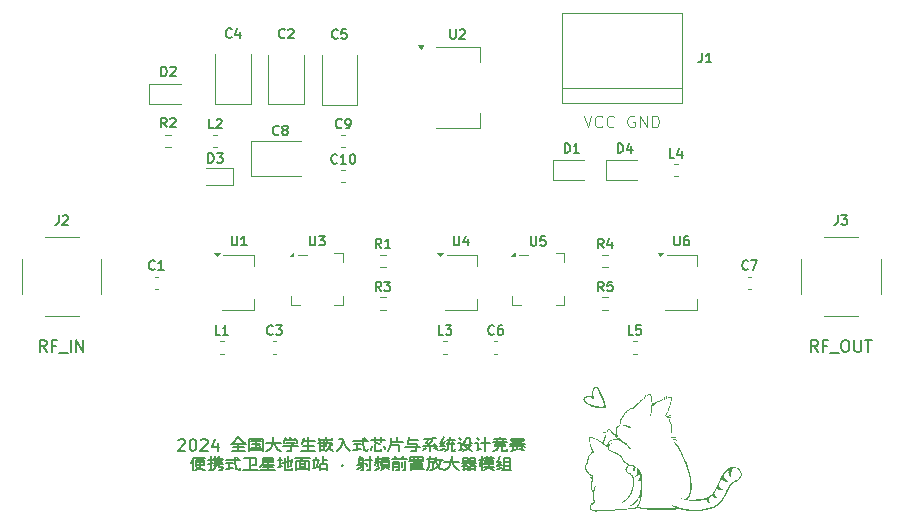
<source format=gbr>
%TF.GenerationSoftware,KiCad,Pcbnew,8.0.3*%
%TF.CreationDate,2024-06-21T17:49:06+08:00*%
%TF.ProjectId,LNA1690,4c4e4131-3639-4302-9e6b-696361645f70,rev?*%
%TF.SameCoordinates,Original*%
%TF.FileFunction,Legend,Top*%
%TF.FilePolarity,Positive*%
%FSLAX46Y46*%
G04 Gerber Fmt 4.6, Leading zero omitted, Abs format (unit mm)*
G04 Created by KiCad (PCBNEW 8.0.3) date 2024-06-21 17:49:06*
%MOMM*%
%LPD*%
G01*
G04 APERTURE LIST*
%ADD10C,0.125000*%
%ADD11C,0.150000*%
%ADD12C,0.120000*%
%ADD13C,0.000000*%
G04 APERTURE END LIST*
D10*
X143677474Y-68871119D02*
X144010807Y-69871119D01*
X144010807Y-69871119D02*
X144344140Y-68871119D01*
X145248902Y-69775880D02*
X145201283Y-69823500D01*
X145201283Y-69823500D02*
X145058426Y-69871119D01*
X145058426Y-69871119D02*
X144963188Y-69871119D01*
X144963188Y-69871119D02*
X144820331Y-69823500D01*
X144820331Y-69823500D02*
X144725093Y-69728261D01*
X144725093Y-69728261D02*
X144677474Y-69633023D01*
X144677474Y-69633023D02*
X144629855Y-69442547D01*
X144629855Y-69442547D02*
X144629855Y-69299690D01*
X144629855Y-69299690D02*
X144677474Y-69109214D01*
X144677474Y-69109214D02*
X144725093Y-69013976D01*
X144725093Y-69013976D02*
X144820331Y-68918738D01*
X144820331Y-68918738D02*
X144963188Y-68871119D01*
X144963188Y-68871119D02*
X145058426Y-68871119D01*
X145058426Y-68871119D02*
X145201283Y-68918738D01*
X145201283Y-68918738D02*
X145248902Y-68966357D01*
X146248902Y-69775880D02*
X146201283Y-69823500D01*
X146201283Y-69823500D02*
X146058426Y-69871119D01*
X146058426Y-69871119D02*
X145963188Y-69871119D01*
X145963188Y-69871119D02*
X145820331Y-69823500D01*
X145820331Y-69823500D02*
X145725093Y-69728261D01*
X145725093Y-69728261D02*
X145677474Y-69633023D01*
X145677474Y-69633023D02*
X145629855Y-69442547D01*
X145629855Y-69442547D02*
X145629855Y-69299690D01*
X145629855Y-69299690D02*
X145677474Y-69109214D01*
X145677474Y-69109214D02*
X145725093Y-69013976D01*
X145725093Y-69013976D02*
X145820331Y-68918738D01*
X145820331Y-68918738D02*
X145963188Y-68871119D01*
X145963188Y-68871119D02*
X146058426Y-68871119D01*
X146058426Y-68871119D02*
X146201283Y-68918738D01*
X146201283Y-68918738D02*
X146248902Y-68966357D01*
X147963188Y-68918738D02*
X147867950Y-68871119D01*
X147867950Y-68871119D02*
X147725093Y-68871119D01*
X147725093Y-68871119D02*
X147582236Y-68918738D01*
X147582236Y-68918738D02*
X147486998Y-69013976D01*
X147486998Y-69013976D02*
X147439379Y-69109214D01*
X147439379Y-69109214D02*
X147391760Y-69299690D01*
X147391760Y-69299690D02*
X147391760Y-69442547D01*
X147391760Y-69442547D02*
X147439379Y-69633023D01*
X147439379Y-69633023D02*
X147486998Y-69728261D01*
X147486998Y-69728261D02*
X147582236Y-69823500D01*
X147582236Y-69823500D02*
X147725093Y-69871119D01*
X147725093Y-69871119D02*
X147820331Y-69871119D01*
X147820331Y-69871119D02*
X147963188Y-69823500D01*
X147963188Y-69823500D02*
X148010807Y-69775880D01*
X148010807Y-69775880D02*
X148010807Y-69442547D01*
X148010807Y-69442547D02*
X147820331Y-69442547D01*
X148439379Y-69871119D02*
X148439379Y-68871119D01*
X148439379Y-68871119D02*
X149010807Y-69871119D01*
X149010807Y-69871119D02*
X149010807Y-68871119D01*
X149486998Y-69871119D02*
X149486998Y-68871119D01*
X149486998Y-68871119D02*
X149725093Y-68871119D01*
X149725093Y-68871119D02*
X149867950Y-68918738D01*
X149867950Y-68918738D02*
X149963188Y-69013976D01*
X149963188Y-69013976D02*
X150010807Y-69109214D01*
X150010807Y-69109214D02*
X150058426Y-69299690D01*
X150058426Y-69299690D02*
X150058426Y-69442547D01*
X150058426Y-69442547D02*
X150010807Y-69633023D01*
X150010807Y-69633023D02*
X149963188Y-69728261D01*
X149963188Y-69728261D02*
X149867950Y-69823500D01*
X149867950Y-69823500D02*
X149725093Y-69871119D01*
X149725093Y-69871119D02*
X149486998Y-69871119D01*
D11*
X98211779Y-88869819D02*
X97878446Y-88393628D01*
X97640351Y-88869819D02*
X97640351Y-87869819D01*
X97640351Y-87869819D02*
X98021303Y-87869819D01*
X98021303Y-87869819D02*
X98116541Y-87917438D01*
X98116541Y-87917438D02*
X98164160Y-87965057D01*
X98164160Y-87965057D02*
X98211779Y-88060295D01*
X98211779Y-88060295D02*
X98211779Y-88203152D01*
X98211779Y-88203152D02*
X98164160Y-88298390D01*
X98164160Y-88298390D02*
X98116541Y-88346009D01*
X98116541Y-88346009D02*
X98021303Y-88393628D01*
X98021303Y-88393628D02*
X97640351Y-88393628D01*
X98973684Y-88346009D02*
X98640351Y-88346009D01*
X98640351Y-88869819D02*
X98640351Y-87869819D01*
X98640351Y-87869819D02*
X99116541Y-87869819D01*
X99259399Y-88965057D02*
X100021303Y-88965057D01*
X100259399Y-88869819D02*
X100259399Y-87869819D01*
X100735589Y-88869819D02*
X100735589Y-87869819D01*
X100735589Y-87869819D02*
X101307017Y-88869819D01*
X101307017Y-88869819D02*
X101307017Y-87869819D01*
X163505112Y-88869819D02*
X163171779Y-88393628D01*
X162933684Y-88869819D02*
X162933684Y-87869819D01*
X162933684Y-87869819D02*
X163314636Y-87869819D01*
X163314636Y-87869819D02*
X163409874Y-87917438D01*
X163409874Y-87917438D02*
X163457493Y-87965057D01*
X163457493Y-87965057D02*
X163505112Y-88060295D01*
X163505112Y-88060295D02*
X163505112Y-88203152D01*
X163505112Y-88203152D02*
X163457493Y-88298390D01*
X163457493Y-88298390D02*
X163409874Y-88346009D01*
X163409874Y-88346009D02*
X163314636Y-88393628D01*
X163314636Y-88393628D02*
X162933684Y-88393628D01*
X164267017Y-88346009D02*
X163933684Y-88346009D01*
X163933684Y-88869819D02*
X163933684Y-87869819D01*
X163933684Y-87869819D02*
X164409874Y-87869819D01*
X164552732Y-88965057D02*
X165314636Y-88965057D01*
X165743208Y-87869819D02*
X165933684Y-87869819D01*
X165933684Y-87869819D02*
X166028922Y-87917438D01*
X166028922Y-87917438D02*
X166124160Y-88012676D01*
X166124160Y-88012676D02*
X166171779Y-88203152D01*
X166171779Y-88203152D02*
X166171779Y-88536485D01*
X166171779Y-88536485D02*
X166124160Y-88726961D01*
X166124160Y-88726961D02*
X166028922Y-88822200D01*
X166028922Y-88822200D02*
X165933684Y-88869819D01*
X165933684Y-88869819D02*
X165743208Y-88869819D01*
X165743208Y-88869819D02*
X165647970Y-88822200D01*
X165647970Y-88822200D02*
X165552732Y-88726961D01*
X165552732Y-88726961D02*
X165505113Y-88536485D01*
X165505113Y-88536485D02*
X165505113Y-88203152D01*
X165505113Y-88203152D02*
X165552732Y-88012676D01*
X165552732Y-88012676D02*
X165647970Y-87917438D01*
X165647970Y-87917438D02*
X165743208Y-87869819D01*
X166600351Y-87869819D02*
X166600351Y-88679342D01*
X166600351Y-88679342D02*
X166647970Y-88774580D01*
X166647970Y-88774580D02*
X166695589Y-88822200D01*
X166695589Y-88822200D02*
X166790827Y-88869819D01*
X166790827Y-88869819D02*
X166981303Y-88869819D01*
X166981303Y-88869819D02*
X167076541Y-88822200D01*
X167076541Y-88822200D02*
X167124160Y-88774580D01*
X167124160Y-88774580D02*
X167171779Y-88679342D01*
X167171779Y-88679342D02*
X167171779Y-87869819D01*
X167505113Y-87869819D02*
X168076541Y-87869819D01*
X167790827Y-88869819D02*
X167790827Y-87869819D01*
X109357147Y-96355113D02*
X109404766Y-96307494D01*
X109404766Y-96307494D02*
X109500004Y-96259875D01*
X109500004Y-96259875D02*
X109738099Y-96259875D01*
X109738099Y-96259875D02*
X109833337Y-96307494D01*
X109833337Y-96307494D02*
X109880956Y-96355113D01*
X109880956Y-96355113D02*
X109928575Y-96450351D01*
X109928575Y-96450351D02*
X109928575Y-96545589D01*
X109928575Y-96545589D02*
X109880956Y-96688446D01*
X109880956Y-96688446D02*
X109309528Y-97259875D01*
X109309528Y-97259875D02*
X109928575Y-97259875D01*
X110547623Y-96259875D02*
X110642861Y-96259875D01*
X110642861Y-96259875D02*
X110738099Y-96307494D01*
X110738099Y-96307494D02*
X110785718Y-96355113D01*
X110785718Y-96355113D02*
X110833337Y-96450351D01*
X110833337Y-96450351D02*
X110880956Y-96640827D01*
X110880956Y-96640827D02*
X110880956Y-96878922D01*
X110880956Y-96878922D02*
X110833337Y-97069398D01*
X110833337Y-97069398D02*
X110785718Y-97164636D01*
X110785718Y-97164636D02*
X110738099Y-97212256D01*
X110738099Y-97212256D02*
X110642861Y-97259875D01*
X110642861Y-97259875D02*
X110547623Y-97259875D01*
X110547623Y-97259875D02*
X110452385Y-97212256D01*
X110452385Y-97212256D02*
X110404766Y-97164636D01*
X110404766Y-97164636D02*
X110357147Y-97069398D01*
X110357147Y-97069398D02*
X110309528Y-96878922D01*
X110309528Y-96878922D02*
X110309528Y-96640827D01*
X110309528Y-96640827D02*
X110357147Y-96450351D01*
X110357147Y-96450351D02*
X110404766Y-96355113D01*
X110404766Y-96355113D02*
X110452385Y-96307494D01*
X110452385Y-96307494D02*
X110547623Y-96259875D01*
X111261909Y-96355113D02*
X111309528Y-96307494D01*
X111309528Y-96307494D02*
X111404766Y-96259875D01*
X111404766Y-96259875D02*
X111642861Y-96259875D01*
X111642861Y-96259875D02*
X111738099Y-96307494D01*
X111738099Y-96307494D02*
X111785718Y-96355113D01*
X111785718Y-96355113D02*
X111833337Y-96450351D01*
X111833337Y-96450351D02*
X111833337Y-96545589D01*
X111833337Y-96545589D02*
X111785718Y-96688446D01*
X111785718Y-96688446D02*
X111214290Y-97259875D01*
X111214290Y-97259875D02*
X111833337Y-97259875D01*
X112690480Y-96593208D02*
X112690480Y-97259875D01*
X112452385Y-96212256D02*
X112214290Y-96926541D01*
X112214290Y-96926541D02*
X112833337Y-96926541D01*
X114023814Y-96640827D02*
X114880957Y-96640827D01*
X113976195Y-96926541D02*
X114928576Y-96926541D01*
X113880957Y-97259875D02*
X115023814Y-97259875D01*
X114452385Y-96640827D02*
X114452385Y-97259875D01*
X114023814Y-96545589D02*
X113833338Y-96640827D01*
X114452385Y-96117017D02*
X114023814Y-96545589D01*
X114452385Y-96117017D02*
X114833338Y-96497970D01*
X114833338Y-96497970D02*
X115071433Y-96640827D01*
X115547623Y-96402732D02*
X116357147Y-96402732D01*
X115595242Y-96688446D02*
X116309528Y-96688446D01*
X115500004Y-96974160D02*
X116357147Y-96974160D01*
X115309528Y-97212256D02*
X116547623Y-97212256D01*
X115309528Y-96212256D02*
X115309528Y-97259875D01*
X115928575Y-96402732D02*
X115928575Y-96974160D01*
X115309528Y-96212256D02*
X116547623Y-96212256D01*
X116547623Y-96212256D02*
X116547623Y-97259875D01*
X116119051Y-96783684D02*
X116261909Y-96878922D01*
X116785718Y-96545589D02*
X118023813Y-96545589D01*
X117404765Y-96117017D02*
X117404765Y-96497970D01*
X117404765Y-96497970D02*
X117595241Y-96926541D01*
X117595241Y-96926541D02*
X117833337Y-97164636D01*
X117833337Y-97164636D02*
X118023813Y-97259875D01*
X117357146Y-96593208D02*
X117214289Y-96974160D01*
X117214289Y-96974160D02*
X117023813Y-97164636D01*
X117023813Y-97164636D02*
X116785718Y-97259875D01*
X117404765Y-96212256D02*
X117309527Y-96783684D01*
X118261908Y-96878922D02*
X119500003Y-96878922D01*
X118595241Y-97259875D02*
X118880955Y-97259875D01*
X118309527Y-96355113D02*
X118309527Y-96593208D01*
X118880955Y-96783684D02*
X118880955Y-97259875D01*
X118309527Y-96355113D02*
X119452384Y-96355113D01*
X119452384Y-96355113D02*
X119452384Y-96593208D01*
X118404765Y-96164636D02*
X118547622Y-96307494D01*
X119357146Y-96164636D02*
X119166670Y-96355113D01*
X118833336Y-96117017D02*
X118880955Y-96307494D01*
X118500003Y-96593208D02*
X119261908Y-96593208D01*
X119261908Y-96593208D02*
X118880955Y-96736065D01*
X119928574Y-96450351D02*
X120928574Y-96450351D01*
X119880955Y-96831303D02*
X120880955Y-96831303D01*
X119738098Y-97259875D02*
X120976193Y-97259875D01*
X120357145Y-96117017D02*
X120357145Y-97259875D01*
X120023812Y-96164636D02*
X119833336Y-96640827D01*
X121309526Y-96355113D02*
X122357145Y-96355113D01*
X121214288Y-96593208D02*
X121833335Y-96593208D01*
X121357145Y-96878922D02*
X121738097Y-96878922D01*
X121357145Y-97164636D02*
X121738097Y-97164636D01*
X121309526Y-96164636D02*
X121309526Y-96355113D01*
X121357145Y-96450351D02*
X121357145Y-97259875D01*
X121738097Y-96450351D02*
X121738097Y-97212256D01*
X121833335Y-96117017D02*
X121833335Y-96355113D01*
X122357145Y-96164636D02*
X122357145Y-96355113D01*
X121976192Y-96593208D02*
X122404764Y-96593208D01*
X122404764Y-96593208D02*
X122357145Y-96783684D01*
X121976192Y-96402732D02*
X121880954Y-96831303D01*
X122166669Y-96688446D02*
X122166669Y-96878922D01*
X122166669Y-96878922D02*
X122071430Y-97069398D01*
X122071430Y-97069398D02*
X121833335Y-97259875D01*
X122166669Y-96926541D02*
X122214288Y-97069398D01*
X122214288Y-97069398D02*
X122452383Y-97259875D01*
X122976192Y-96259875D02*
X123309525Y-96259875D01*
X123309525Y-96259875D02*
X123404763Y-96545589D01*
X123404763Y-96545589D02*
X123547620Y-96926541D01*
X123547620Y-96926541D02*
X123880954Y-97259875D01*
X123309525Y-96355113D02*
X123261906Y-96640827D01*
X123261906Y-96640827D02*
X123119049Y-96926541D01*
X123119049Y-96926541D02*
X122785716Y-97259875D01*
X124166668Y-96402732D02*
X125404763Y-96402732D01*
X124214287Y-96688446D02*
X124833334Y-96688446D01*
X124500001Y-96688446D02*
X124500001Y-97164636D01*
X125119049Y-96164636D02*
X125261906Y-96307494D01*
X124833334Y-97069398D02*
X124166668Y-97212256D01*
X124976191Y-96164636D02*
X124976191Y-96497970D01*
X124976191Y-96497970D02*
X125071430Y-97164636D01*
X125071430Y-97164636D02*
X125357144Y-97259875D01*
X125357144Y-97259875D02*
X125404763Y-97069398D01*
X125690477Y-96307494D02*
X126833334Y-96307494D01*
X126023810Y-97259875D02*
X126547620Y-97259875D01*
X126023810Y-96688446D02*
X126023810Y-97259875D01*
X126023810Y-96117017D02*
X126023810Y-96497970D01*
X126500000Y-96117017D02*
X126500000Y-96497970D01*
X126547620Y-97069398D02*
X126547620Y-97259875D01*
X126738096Y-96831303D02*
X126833334Y-97117017D01*
X126119048Y-96545589D02*
X126404762Y-96688446D01*
X125785715Y-96831303D02*
X125642858Y-97164636D01*
X127357143Y-96497970D02*
X128357143Y-96497970D01*
X127880952Y-96117017D02*
X127880952Y-96450351D01*
X127357143Y-96164636D02*
X127357143Y-96640827D01*
X127357143Y-96640827D02*
X127261905Y-96926541D01*
X127261905Y-96926541D02*
X127119048Y-97259875D01*
X127309524Y-96783684D02*
X128071429Y-96783684D01*
X128071429Y-96783684D02*
X128071429Y-97259875D01*
X128928571Y-96355113D02*
X129690476Y-96355113D01*
X128595238Y-96926541D02*
X129833333Y-96926541D01*
X129071428Y-97259875D02*
X129452380Y-97259875D01*
X128928571Y-96117017D02*
X128833333Y-96640827D01*
X128833333Y-96640827D02*
X129595238Y-96640827D01*
X129595238Y-96640827D02*
X129500000Y-97212256D01*
X130071428Y-96831303D02*
X131214285Y-96831303D01*
X130690475Y-96831303D02*
X130690475Y-97259875D01*
X130976190Y-96974160D02*
X131071428Y-97021779D01*
X131071428Y-97021779D02*
X131309523Y-97212256D01*
X131023809Y-96640827D02*
X131261904Y-96926541D01*
X130357142Y-96974160D02*
X130119047Y-97212256D01*
X131214285Y-96164636D02*
X130595237Y-96259875D01*
X130595237Y-96259875D02*
X130166666Y-96259875D01*
X130547618Y-96259875D02*
X130309523Y-96545589D01*
X130309523Y-96545589D02*
X130595237Y-96640827D01*
X130928570Y-96355113D02*
X130452380Y-96831303D01*
X132071427Y-96355113D02*
X132785713Y-96355113D01*
X132357141Y-96688446D02*
X132690475Y-96688446D01*
X132071427Y-96688446D02*
X132499999Y-96688446D01*
X132499999Y-97259875D02*
X132785713Y-97259875D01*
X132547618Y-96736065D02*
X132547618Y-97259875D01*
X132785713Y-97117017D02*
X132738094Y-97259875D01*
X132547618Y-96497970D02*
X132738094Y-96640827D01*
X131690475Y-96402732D02*
X131595237Y-96593208D01*
X131928570Y-96450351D02*
X131833332Y-96593208D01*
X131833332Y-96593208D02*
X131547618Y-96878922D01*
X132404760Y-96355113D02*
X132261903Y-96497970D01*
X132261903Y-96497970D02*
X132071427Y-96688446D01*
X132357141Y-96117017D02*
X132404760Y-96307494D01*
X131833332Y-96117017D02*
X131642856Y-96497970D01*
X132119046Y-97164636D02*
X131928570Y-97259875D01*
X132214284Y-96783684D02*
X132166665Y-97117017D01*
X131880951Y-96545589D02*
X131547618Y-96593208D01*
X131928570Y-96831303D02*
X131547618Y-96878922D01*
X131928570Y-97069398D02*
X131547618Y-97164636D01*
X134023808Y-96545589D02*
X134261903Y-96545589D01*
X133023808Y-96545589D02*
X133261903Y-96545589D01*
X133261903Y-96545589D02*
X133261903Y-97212256D01*
X133690474Y-96164636D02*
X134071427Y-96164636D01*
X134071427Y-96164636D02*
X134071427Y-96545589D01*
X133166665Y-96164636D02*
X133309522Y-96307494D01*
X133642855Y-96450351D02*
X133452379Y-96640827D01*
X133595236Y-96736065D02*
X133642855Y-96878922D01*
X133642855Y-96878922D02*
X133880950Y-97117017D01*
X133880950Y-97117017D02*
X134214284Y-97259875D01*
X133452379Y-97069398D02*
X133166665Y-97212256D01*
X133499998Y-96736065D02*
X134166665Y-96736065D01*
X134166665Y-96736065D02*
X134071427Y-96878922D01*
X134071427Y-96878922D02*
X133880950Y-97069398D01*
X133880950Y-97069398D02*
X133499998Y-97259875D01*
X133690474Y-96164636D02*
X133642855Y-96497970D01*
X134976188Y-96593208D02*
X135738093Y-96593208D01*
X134499998Y-96545589D02*
X134738093Y-96545589D01*
X134738093Y-96545589D02*
X134738093Y-97164636D01*
X135357140Y-96117017D02*
X135357140Y-97259875D01*
X134642855Y-96164636D02*
X134833331Y-96355113D01*
X134976188Y-97069398D02*
X134690474Y-97164636D01*
X136071426Y-96259875D02*
X137119045Y-96259875D01*
X135976188Y-96497970D02*
X137214283Y-96497970D01*
X136214283Y-96878922D02*
X137023807Y-96878922D01*
X136738092Y-97259875D02*
X137166664Y-97259875D01*
X136214283Y-96640827D02*
X136214283Y-96878922D01*
X136785711Y-96878922D02*
X136785711Y-97259875D01*
X136214283Y-96640827D02*
X137023807Y-96640827D01*
X137023807Y-96640827D02*
X137023807Y-96878922D01*
X137166664Y-97069398D02*
X137166664Y-97259875D01*
X136309521Y-96355113D02*
X136357140Y-96497970D01*
X136595235Y-96117017D02*
X136595235Y-96259875D01*
X136880950Y-96307494D02*
X136833330Y-96497970D01*
X136452378Y-96926541D02*
X136309521Y-97164636D01*
X136309521Y-97164636D02*
X135976188Y-97259875D01*
X137595235Y-96402732D02*
X138547616Y-96402732D01*
X137642854Y-96545589D02*
X138499997Y-96545589D01*
X137452378Y-96688446D02*
X138690473Y-96688446D01*
X137499997Y-96259875D02*
X137499997Y-96355113D01*
X137738092Y-96783684D02*
X137738092Y-97117017D01*
X137642854Y-96831303D02*
X138452378Y-96831303D01*
X138452378Y-96831303D02*
X138452378Y-97117017D01*
X137499997Y-96259875D02*
X138642854Y-96259875D01*
X138642854Y-96259875D02*
X138642854Y-96355113D01*
X138309520Y-96307494D02*
X138309520Y-96688446D01*
X138309520Y-96688446D02*
X138404759Y-96783684D01*
X138404759Y-96783684D02*
X138690473Y-96926541D01*
X137833330Y-96307494D02*
X137833330Y-96688446D01*
X137833330Y-96688446D02*
X137738092Y-96783684D01*
X137738092Y-96783684D02*
X137452378Y-96878922D01*
X138166663Y-97117017D02*
X138642854Y-97212256D01*
X138071425Y-96926541D02*
X138023806Y-97069398D01*
X138023806Y-97069398D02*
X137880949Y-97212256D01*
X137880949Y-97212256D02*
X137499997Y-97259875D01*
X110785718Y-97822200D02*
X111642861Y-97822200D01*
X110833337Y-98203152D02*
X111547623Y-98203152D01*
X110833337Y-98441247D02*
X111547623Y-98441247D01*
X110642861Y-97965057D02*
X110642861Y-98869819D01*
X110833337Y-98012676D02*
X110833337Y-98441247D01*
X110833337Y-98012676D02*
X111547623Y-98012676D01*
X111547623Y-98012676D02*
X111547623Y-98441247D01*
X110833337Y-98536485D02*
X110976194Y-98679342D01*
X110976194Y-98679342D02*
X111166670Y-98774580D01*
X111166670Y-98774580D02*
X111642861Y-98869819D01*
X110690480Y-97774580D02*
X110595242Y-98012676D01*
X110595242Y-98012676D02*
X110404766Y-98250771D01*
X111214289Y-97822200D02*
X111214289Y-98393628D01*
X111214289Y-98393628D02*
X111166670Y-98584104D01*
X111166670Y-98584104D02*
X111023813Y-98774580D01*
X111023813Y-98774580D02*
X110738099Y-98869819D01*
X112404765Y-97917438D02*
X113119051Y-97917438D01*
X111880956Y-98012676D02*
X112261908Y-98012676D01*
X112452384Y-98060295D02*
X113071432Y-98060295D01*
X112452384Y-98203152D02*
X113071432Y-98203152D01*
X112452384Y-98346009D02*
X113119051Y-98346009D01*
X111928575Y-98869819D02*
X112071432Y-98869819D01*
X112833337Y-98869819D02*
X113071432Y-98869819D01*
X112119051Y-97726961D02*
X112119051Y-98869819D01*
X112452384Y-97869819D02*
X112452384Y-98346009D01*
X112785718Y-97822200D02*
X112785718Y-98346009D01*
X112500003Y-97726961D02*
X112357146Y-98012676D01*
X112785718Y-97726961D02*
X112738098Y-97917438D01*
X112357146Y-98488866D02*
X112833337Y-98488866D01*
X112833337Y-98488866D02*
X112833337Y-98631723D01*
X112833337Y-98631723D02*
X113119051Y-98631723D01*
X113119051Y-98631723D02*
X113071432Y-98869819D01*
X112261908Y-98298390D02*
X111880956Y-98393628D01*
X112547622Y-98488866D02*
X112500003Y-98679342D01*
X112500003Y-98679342D02*
X112309527Y-98869819D01*
X113357146Y-98012676D02*
X114595241Y-98012676D01*
X113404765Y-98298390D02*
X114023812Y-98298390D01*
X113690479Y-98298390D02*
X113690479Y-98774580D01*
X114309527Y-97774580D02*
X114452384Y-97917438D01*
X114023812Y-98679342D02*
X113357146Y-98822200D01*
X114166669Y-97774580D02*
X114166669Y-98107914D01*
X114166669Y-98107914D02*
X114261908Y-98774580D01*
X114261908Y-98774580D02*
X114547622Y-98869819D01*
X114547622Y-98869819D02*
X114595241Y-98679342D01*
X115642859Y-98488866D02*
X115928574Y-98488866D01*
X114833336Y-98869819D02*
X116071431Y-98869819D01*
X115404764Y-97869819D02*
X115404764Y-98869819D01*
X114928574Y-97869819D02*
X115928574Y-97869819D01*
X115928574Y-97869819D02*
X115928574Y-98488866D01*
X116500002Y-98012676D02*
X117404764Y-98012676D01*
X116500002Y-98203152D02*
X117404764Y-98203152D01*
X116452383Y-98441247D02*
X117452383Y-98441247D01*
X116500002Y-98631723D02*
X117404764Y-98631723D01*
X116309526Y-98869819D02*
X117547621Y-98869819D01*
X116500002Y-97822200D02*
X116500002Y-98203152D01*
X116928573Y-98298390D02*
X116928573Y-98869819D01*
X116500002Y-97822200D02*
X117404764Y-97822200D01*
X117404764Y-97822200D02*
X117404764Y-98203152D01*
X116595240Y-98298390D02*
X116309526Y-98584104D01*
X117785716Y-98060295D02*
X118166668Y-98060295D01*
X118357144Y-98869819D02*
X118976192Y-98869819D01*
X117976192Y-97774580D02*
X117976192Y-98584104D01*
X118357144Y-97869819D02*
X118357144Y-98869819D01*
X118642858Y-97726961D02*
X118642858Y-98631723D01*
X119023811Y-98679342D02*
X118976192Y-98869819D01*
X118166668Y-98536485D02*
X117785716Y-98631723D01*
X118976192Y-98012676D02*
X118547620Y-98155533D01*
X118547620Y-98155533D02*
X118166668Y-98250771D01*
X118976192Y-97965057D02*
X118928573Y-98536485D01*
X118928573Y-98536485D02*
X118785716Y-98536485D01*
X119261906Y-97822200D02*
X120500001Y-97822200D01*
X119642858Y-98346009D02*
X120119048Y-98346009D01*
X119642858Y-98584104D02*
X120119048Y-98584104D01*
X119357144Y-98822200D02*
X120404763Y-98822200D01*
X119357144Y-98107914D02*
X119357144Y-98869819D01*
X119642858Y-98107914D02*
X119642858Y-98822200D01*
X120119048Y-98107914D02*
X120119048Y-98822200D01*
X119357144Y-98107914D02*
X120404763Y-98107914D01*
X120404763Y-98107914D02*
X120404763Y-98869819D01*
X119880953Y-97822200D02*
X119785715Y-98060295D01*
X120738096Y-98012676D02*
X121261905Y-98012676D01*
X121595238Y-98060295D02*
X121976191Y-98060295D01*
X121357143Y-98822200D02*
X121928572Y-98822200D01*
X121023810Y-97774580D02*
X121023810Y-98012676D01*
X121357143Y-98393628D02*
X121357143Y-98869819D01*
X121595238Y-97726961D02*
X121595238Y-98393628D01*
X121357143Y-98393628D02*
X121928572Y-98393628D01*
X121928572Y-98393628D02*
X121928572Y-98869819D01*
X121166667Y-98107914D02*
X121071429Y-98631723D01*
X121261905Y-98584104D02*
X120738096Y-98679342D01*
X120833334Y-98107914D02*
X120880953Y-98536485D01*
X123261905Y-98441247D02*
X123214286Y-98488866D01*
X123214286Y-98488866D02*
X123261905Y-98536485D01*
X123261905Y-98536485D02*
X123309524Y-98488866D01*
X123309524Y-98488866D02*
X123261905Y-98441247D01*
X123261905Y-98441247D02*
X123261905Y-98536485D01*
X125166667Y-98060295D02*
X125738096Y-98060295D01*
X124642858Y-98060295D02*
X125023810Y-98060295D01*
X124642858Y-98250771D02*
X125023810Y-98250771D01*
X124833334Y-98869819D02*
X125023810Y-98869819D01*
X125357143Y-98869819D02*
X125547620Y-98869819D01*
X124642858Y-97869819D02*
X124642858Y-98488866D01*
X124642858Y-97869819D02*
X125023810Y-97869819D01*
X125023810Y-97869819D02*
X125023810Y-98869819D01*
X125595239Y-97726961D02*
X125595239Y-98869819D01*
X125261905Y-98298390D02*
X125357143Y-98536485D01*
X124785715Y-97726961D02*
X124785715Y-97869819D01*
X125071429Y-98298390D02*
X124738096Y-98679342D01*
X124738096Y-98679342D02*
X124500001Y-98774580D01*
X125023810Y-98441247D02*
X124500001Y-98488866D01*
X126595238Y-97822200D02*
X127214286Y-97822200D01*
X126309524Y-97917438D02*
X126547619Y-97917438D01*
X125976191Y-98155533D02*
X126595238Y-98155533D01*
X126642857Y-98203152D02*
X127166667Y-98203152D01*
X126642857Y-98441247D02*
X127166667Y-98441247D01*
X126642857Y-98631723D02*
X127166667Y-98631723D01*
X126119048Y-97822200D02*
X126119048Y-98155533D01*
X126642857Y-98012676D02*
X126642857Y-98631723D01*
X126928572Y-97822200D02*
X126833333Y-98012676D01*
X126642857Y-98012676D02*
X127166667Y-98012676D01*
X127166667Y-98012676D02*
X127166667Y-98631723D01*
X127023810Y-98726961D02*
X127166667Y-98822200D01*
X126500000Y-98250771D02*
X126547619Y-98441247D01*
X126071429Y-98298390D02*
X125976191Y-98488866D01*
X126452381Y-98584104D02*
X126261905Y-98774580D01*
X126261905Y-98774580D02*
X126023810Y-98869819D01*
X126785714Y-98726961D02*
X126500000Y-98869819D01*
X126309524Y-97726961D02*
X126309524Y-98536485D01*
X126309524Y-98536485D02*
X126166667Y-98536485D01*
X127452381Y-97965057D02*
X128690476Y-97965057D01*
X127547619Y-98346009D02*
X128023809Y-98346009D01*
X127547619Y-98584104D02*
X128023809Y-98584104D01*
X127785714Y-98869819D02*
X127976190Y-98869819D01*
X128357143Y-98869819D02*
X128595238Y-98869819D01*
X127547619Y-98155533D02*
X127547619Y-98869819D01*
X127547619Y-98155533D02*
X128023809Y-98155533D01*
X128023809Y-98155533D02*
X128023809Y-98869819D01*
X128261904Y-98155533D02*
X128261904Y-98631723D01*
X128595238Y-98107914D02*
X128595238Y-98869819D01*
X127690476Y-97726961D02*
X127833333Y-97917438D01*
X128404762Y-97726961D02*
X128309523Y-97965057D01*
X128976190Y-98012676D02*
X130071428Y-98012676D01*
X128928571Y-98107914D02*
X130119047Y-98107914D01*
X129261904Y-98393628D02*
X129976190Y-98393628D01*
X129261904Y-98536485D02*
X129976190Y-98536485D01*
X129261904Y-98679342D02*
X129976190Y-98679342D01*
X129023809Y-98822200D02*
X130166666Y-98822200D01*
X128976190Y-97774580D02*
X128976190Y-97965057D01*
X129023809Y-98298390D02*
X129023809Y-98869819D01*
X129261904Y-98250771D02*
X129261904Y-98679342D01*
X129357142Y-97774580D02*
X129357142Y-97965057D01*
X129690475Y-97774580D02*
X129690475Y-97965057D01*
X129261904Y-98250771D02*
X129976190Y-98250771D01*
X129976190Y-98250771D02*
X129976190Y-98679342D01*
X128976190Y-97774580D02*
X130071428Y-97774580D01*
X130071428Y-97774580D02*
X130071428Y-97965057D01*
X129547618Y-98012676D02*
X129547618Y-98298390D01*
X130404761Y-97965057D02*
X131023808Y-97965057D01*
X130690475Y-98869819D02*
X130880951Y-98869819D01*
X130690475Y-97726961D02*
X130690475Y-97965057D01*
X130595237Y-98203152D02*
X130928570Y-98203152D01*
X130928570Y-98203152D02*
X130928570Y-98679342D01*
X130928570Y-98679342D02*
X130880951Y-98869819D01*
X131166665Y-98012676D02*
X131738094Y-98012676D01*
X131214284Y-97774580D02*
X131023808Y-98250771D01*
X131119046Y-98012676D02*
X131357142Y-98536485D01*
X131357142Y-98536485D02*
X131547618Y-98774580D01*
X131547618Y-98774580D02*
X131738094Y-98822200D01*
X131595237Y-98012676D02*
X131404761Y-98536485D01*
X131404761Y-98536485D02*
X131214284Y-98726961D01*
X131214284Y-98726961D02*
X131023808Y-98822200D01*
X130595237Y-97965057D02*
X130595237Y-98346009D01*
X130595237Y-98346009D02*
X130547618Y-98584104D01*
X130547618Y-98584104D02*
X130452380Y-98869819D01*
X131880951Y-98155533D02*
X133119046Y-98155533D01*
X132499998Y-97726961D02*
X132499998Y-98107914D01*
X132499998Y-98107914D02*
X132690474Y-98536485D01*
X132690474Y-98536485D02*
X132928570Y-98774580D01*
X132928570Y-98774580D02*
X133119046Y-98869819D01*
X132452379Y-98203152D02*
X132309522Y-98584104D01*
X132309522Y-98584104D02*
X132119046Y-98774580D01*
X132119046Y-98774580D02*
X131880951Y-98869819D01*
X132499998Y-97822200D02*
X132404760Y-98393628D01*
X133499998Y-98107914D02*
X133880950Y-98107914D01*
X134071426Y-98107914D02*
X134452379Y-98107914D01*
X133357141Y-98250771D02*
X134547617Y-98250771D01*
X133499998Y-98822200D02*
X133880950Y-98822200D01*
X133499998Y-97822200D02*
X133499998Y-98107914D01*
X133547617Y-98488866D02*
X133547617Y-98869819D01*
X133499998Y-97822200D02*
X133880950Y-97822200D01*
X133880950Y-97822200D02*
X133880950Y-98107914D01*
X133404760Y-98536485D02*
X133880950Y-98536485D01*
X133880950Y-98536485D02*
X133880950Y-98869819D01*
X134071426Y-97822200D02*
X134071426Y-98107914D01*
X134071426Y-97822200D02*
X134499998Y-97822200D01*
X134499998Y-97822200D02*
X134499998Y-98107914D01*
X133928569Y-98250771D02*
X134595236Y-98536485D01*
X133928569Y-98155533D02*
X133738093Y-98393628D01*
X133738093Y-98393628D02*
X133357141Y-98536485D01*
X134071426Y-98536485D02*
X134499998Y-98536485D01*
X134499998Y-98536485D02*
X134499998Y-98869819D01*
X134071426Y-98536485D02*
X134071426Y-98869819D01*
X134071426Y-98822200D02*
X134499998Y-98822200D01*
X135261902Y-97869819D02*
X136071426Y-97869819D01*
X134833331Y-98012676D02*
X135214283Y-98012676D01*
X135357140Y-98203152D02*
X135976188Y-98203152D01*
X135357140Y-98393628D02*
X135976188Y-98393628D01*
X135214283Y-98584104D02*
X136071426Y-98584104D01*
X135071426Y-97726961D02*
X135071426Y-98869819D01*
X135357140Y-98060295D02*
X135357140Y-98393628D01*
X135499997Y-97726961D02*
X135499997Y-97965057D01*
X135833331Y-97726961D02*
X135833331Y-97965057D01*
X135357140Y-98060295D02*
X135976188Y-98060295D01*
X135976188Y-98060295D02*
X135976188Y-98393628D01*
X135023807Y-98012676D02*
X135166664Y-98346009D01*
X135642854Y-98536485D02*
X135833331Y-98774580D01*
X135833331Y-98774580D02*
X136071426Y-98869819D01*
X135023807Y-97965057D02*
X134880950Y-98536485D01*
X135642854Y-98393628D02*
X135547616Y-98679342D01*
X135547616Y-98679342D02*
X135452378Y-98774580D01*
X135452378Y-98774580D02*
X135214283Y-98869819D01*
X136928568Y-98155533D02*
X137404759Y-98155533D01*
X136928568Y-98536485D02*
X137404759Y-98536485D01*
X136785711Y-98869819D02*
X137547616Y-98869819D01*
X136928568Y-97822200D02*
X136928568Y-98869819D01*
X136928568Y-97822200D02*
X137404759Y-97822200D01*
X137404759Y-97822200D02*
X137404759Y-98869819D01*
X136404759Y-98060295D02*
X136357140Y-98203152D01*
X136690473Y-98155533D02*
X136309521Y-98536485D01*
X136595235Y-97726961D02*
X136404759Y-98107914D01*
X136738092Y-98441247D02*
X136309521Y-98536485D01*
X136738092Y-98679342D02*
X136309521Y-98774580D01*
X136642854Y-98155533D02*
X136309521Y-98203152D01*
X157591667Y-81856104D02*
X157553571Y-81894200D01*
X157553571Y-81894200D02*
X157439286Y-81932295D01*
X157439286Y-81932295D02*
X157363095Y-81932295D01*
X157363095Y-81932295D02*
X157248809Y-81894200D01*
X157248809Y-81894200D02*
X157172619Y-81818009D01*
X157172619Y-81818009D02*
X157134524Y-81741819D01*
X157134524Y-81741819D02*
X157096428Y-81589438D01*
X157096428Y-81589438D02*
X157096428Y-81475152D01*
X157096428Y-81475152D02*
X157134524Y-81322771D01*
X157134524Y-81322771D02*
X157172619Y-81246580D01*
X157172619Y-81246580D02*
X157248809Y-81170390D01*
X157248809Y-81170390D02*
X157363095Y-81132295D01*
X157363095Y-81132295D02*
X157439286Y-81132295D01*
X157439286Y-81132295D02*
X157553571Y-81170390D01*
X157553571Y-81170390D02*
X157591667Y-81208485D01*
X157858333Y-81132295D02*
X158391667Y-81132295D01*
X158391667Y-81132295D02*
X158048809Y-81932295D01*
X118366667Y-62248604D02*
X118328571Y-62286700D01*
X118328571Y-62286700D02*
X118214286Y-62324795D01*
X118214286Y-62324795D02*
X118138095Y-62324795D01*
X118138095Y-62324795D02*
X118023809Y-62286700D01*
X118023809Y-62286700D02*
X117947619Y-62210509D01*
X117947619Y-62210509D02*
X117909524Y-62134319D01*
X117909524Y-62134319D02*
X117871428Y-61981938D01*
X117871428Y-61981938D02*
X117871428Y-61867652D01*
X117871428Y-61867652D02*
X117909524Y-61715271D01*
X117909524Y-61715271D02*
X117947619Y-61639080D01*
X117947619Y-61639080D02*
X118023809Y-61562890D01*
X118023809Y-61562890D02*
X118138095Y-61524795D01*
X118138095Y-61524795D02*
X118214286Y-61524795D01*
X118214286Y-61524795D02*
X118328571Y-61562890D01*
X118328571Y-61562890D02*
X118366667Y-61600985D01*
X118671428Y-61600985D02*
X118709524Y-61562890D01*
X118709524Y-61562890D02*
X118785714Y-61524795D01*
X118785714Y-61524795D02*
X118976190Y-61524795D01*
X118976190Y-61524795D02*
X119052381Y-61562890D01*
X119052381Y-61562890D02*
X119090476Y-61600985D01*
X119090476Y-61600985D02*
X119128571Y-61677176D01*
X119128571Y-61677176D02*
X119128571Y-61753366D01*
X119128571Y-61753366D02*
X119090476Y-61867652D01*
X119090476Y-61867652D02*
X118633333Y-62324795D01*
X118633333Y-62324795D02*
X119128571Y-62324795D01*
X113866667Y-62211104D02*
X113828571Y-62249200D01*
X113828571Y-62249200D02*
X113714286Y-62287295D01*
X113714286Y-62287295D02*
X113638095Y-62287295D01*
X113638095Y-62287295D02*
X113523809Y-62249200D01*
X113523809Y-62249200D02*
X113447619Y-62173009D01*
X113447619Y-62173009D02*
X113409524Y-62096819D01*
X113409524Y-62096819D02*
X113371428Y-61944438D01*
X113371428Y-61944438D02*
X113371428Y-61830152D01*
X113371428Y-61830152D02*
X113409524Y-61677771D01*
X113409524Y-61677771D02*
X113447619Y-61601580D01*
X113447619Y-61601580D02*
X113523809Y-61525390D01*
X113523809Y-61525390D02*
X113638095Y-61487295D01*
X113638095Y-61487295D02*
X113714286Y-61487295D01*
X113714286Y-61487295D02*
X113828571Y-61525390D01*
X113828571Y-61525390D02*
X113866667Y-61563485D01*
X114552381Y-61753961D02*
X114552381Y-62287295D01*
X114361905Y-61449200D02*
X114171428Y-62020628D01*
X114171428Y-62020628D02*
X114666667Y-62020628D01*
X126541667Y-80087295D02*
X126275000Y-79706342D01*
X126084524Y-80087295D02*
X126084524Y-79287295D01*
X126084524Y-79287295D02*
X126389286Y-79287295D01*
X126389286Y-79287295D02*
X126465476Y-79325390D01*
X126465476Y-79325390D02*
X126503571Y-79363485D01*
X126503571Y-79363485D02*
X126541667Y-79439676D01*
X126541667Y-79439676D02*
X126541667Y-79553961D01*
X126541667Y-79553961D02*
X126503571Y-79630152D01*
X126503571Y-79630152D02*
X126465476Y-79668247D01*
X126465476Y-79668247D02*
X126389286Y-79706342D01*
X126389286Y-79706342D02*
X126084524Y-79706342D01*
X127303571Y-80087295D02*
X126846428Y-80087295D01*
X127075000Y-80087295D02*
X127075000Y-79287295D01*
X127075000Y-79287295D02*
X126998809Y-79401580D01*
X126998809Y-79401580D02*
X126922619Y-79477771D01*
X126922619Y-79477771D02*
X126846428Y-79515866D01*
X117366667Y-87356104D02*
X117328571Y-87394200D01*
X117328571Y-87394200D02*
X117214286Y-87432295D01*
X117214286Y-87432295D02*
X117138095Y-87432295D01*
X117138095Y-87432295D02*
X117023809Y-87394200D01*
X117023809Y-87394200D02*
X116947619Y-87318009D01*
X116947619Y-87318009D02*
X116909524Y-87241819D01*
X116909524Y-87241819D02*
X116871428Y-87089438D01*
X116871428Y-87089438D02*
X116871428Y-86975152D01*
X116871428Y-86975152D02*
X116909524Y-86822771D01*
X116909524Y-86822771D02*
X116947619Y-86746580D01*
X116947619Y-86746580D02*
X117023809Y-86670390D01*
X117023809Y-86670390D02*
X117138095Y-86632295D01*
X117138095Y-86632295D02*
X117214286Y-86632295D01*
X117214286Y-86632295D02*
X117328571Y-86670390D01*
X117328571Y-86670390D02*
X117366667Y-86708485D01*
X117633333Y-86632295D02*
X118128571Y-86632295D01*
X118128571Y-86632295D02*
X117861905Y-86937057D01*
X117861905Y-86937057D02*
X117976190Y-86937057D01*
X117976190Y-86937057D02*
X118052381Y-86975152D01*
X118052381Y-86975152D02*
X118090476Y-87013247D01*
X118090476Y-87013247D02*
X118128571Y-87089438D01*
X118128571Y-87089438D02*
X118128571Y-87279914D01*
X118128571Y-87279914D02*
X118090476Y-87356104D01*
X118090476Y-87356104D02*
X118052381Y-87394200D01*
X118052381Y-87394200D02*
X117976190Y-87432295D01*
X117976190Y-87432295D02*
X117747619Y-87432295D01*
X117747619Y-87432295D02*
X117671428Y-87394200D01*
X117671428Y-87394200D02*
X117633333Y-87356104D01*
X122866667Y-62286104D02*
X122828571Y-62324200D01*
X122828571Y-62324200D02*
X122714286Y-62362295D01*
X122714286Y-62362295D02*
X122638095Y-62362295D01*
X122638095Y-62362295D02*
X122523809Y-62324200D01*
X122523809Y-62324200D02*
X122447619Y-62248009D01*
X122447619Y-62248009D02*
X122409524Y-62171819D01*
X122409524Y-62171819D02*
X122371428Y-62019438D01*
X122371428Y-62019438D02*
X122371428Y-61905152D01*
X122371428Y-61905152D02*
X122409524Y-61752771D01*
X122409524Y-61752771D02*
X122447619Y-61676580D01*
X122447619Y-61676580D02*
X122523809Y-61600390D01*
X122523809Y-61600390D02*
X122638095Y-61562295D01*
X122638095Y-61562295D02*
X122714286Y-61562295D01*
X122714286Y-61562295D02*
X122828571Y-61600390D01*
X122828571Y-61600390D02*
X122866667Y-61638485D01*
X123590476Y-61562295D02*
X123209524Y-61562295D01*
X123209524Y-61562295D02*
X123171428Y-61943247D01*
X123171428Y-61943247D02*
X123209524Y-61905152D01*
X123209524Y-61905152D02*
X123285714Y-61867057D01*
X123285714Y-61867057D02*
X123476190Y-61867057D01*
X123476190Y-61867057D02*
X123552381Y-61905152D01*
X123552381Y-61905152D02*
X123590476Y-61943247D01*
X123590476Y-61943247D02*
X123628571Y-62019438D01*
X123628571Y-62019438D02*
X123628571Y-62209914D01*
X123628571Y-62209914D02*
X123590476Y-62286104D01*
X123590476Y-62286104D02*
X123552381Y-62324200D01*
X123552381Y-62324200D02*
X123476190Y-62362295D01*
X123476190Y-62362295D02*
X123285714Y-62362295D01*
X123285714Y-62362295D02*
X123209524Y-62324200D01*
X123209524Y-62324200D02*
X123171428Y-62286104D01*
X145366667Y-83722295D02*
X145100000Y-83341342D01*
X144909524Y-83722295D02*
X144909524Y-82922295D01*
X144909524Y-82922295D02*
X145214286Y-82922295D01*
X145214286Y-82922295D02*
X145290476Y-82960390D01*
X145290476Y-82960390D02*
X145328571Y-82998485D01*
X145328571Y-82998485D02*
X145366667Y-83074676D01*
X145366667Y-83074676D02*
X145366667Y-83188961D01*
X145366667Y-83188961D02*
X145328571Y-83265152D01*
X145328571Y-83265152D02*
X145290476Y-83303247D01*
X145290476Y-83303247D02*
X145214286Y-83341342D01*
X145214286Y-83341342D02*
X144909524Y-83341342D01*
X146090476Y-82922295D02*
X145709524Y-82922295D01*
X145709524Y-82922295D02*
X145671428Y-83303247D01*
X145671428Y-83303247D02*
X145709524Y-83265152D01*
X145709524Y-83265152D02*
X145785714Y-83227057D01*
X145785714Y-83227057D02*
X145976190Y-83227057D01*
X145976190Y-83227057D02*
X146052381Y-83265152D01*
X146052381Y-83265152D02*
X146090476Y-83303247D01*
X146090476Y-83303247D02*
X146128571Y-83379438D01*
X146128571Y-83379438D02*
X146128571Y-83569914D01*
X146128571Y-83569914D02*
X146090476Y-83646104D01*
X146090476Y-83646104D02*
X146052381Y-83684200D01*
X146052381Y-83684200D02*
X145976190Y-83722295D01*
X145976190Y-83722295D02*
X145785714Y-83722295D01*
X145785714Y-83722295D02*
X145709524Y-83684200D01*
X145709524Y-83684200D02*
X145671428Y-83646104D01*
X132690476Y-79062295D02*
X132690476Y-79709914D01*
X132690476Y-79709914D02*
X132728571Y-79786104D01*
X132728571Y-79786104D02*
X132766666Y-79824200D01*
X132766666Y-79824200D02*
X132842857Y-79862295D01*
X132842857Y-79862295D02*
X132995238Y-79862295D01*
X132995238Y-79862295D02*
X133071428Y-79824200D01*
X133071428Y-79824200D02*
X133109523Y-79786104D01*
X133109523Y-79786104D02*
X133147619Y-79709914D01*
X133147619Y-79709914D02*
X133147619Y-79062295D01*
X133871428Y-79328961D02*
X133871428Y-79862295D01*
X133680952Y-79024200D02*
X133490475Y-79595628D01*
X133490475Y-79595628D02*
X133985714Y-79595628D01*
X136091667Y-87356104D02*
X136053571Y-87394200D01*
X136053571Y-87394200D02*
X135939286Y-87432295D01*
X135939286Y-87432295D02*
X135863095Y-87432295D01*
X135863095Y-87432295D02*
X135748809Y-87394200D01*
X135748809Y-87394200D02*
X135672619Y-87318009D01*
X135672619Y-87318009D02*
X135634524Y-87241819D01*
X135634524Y-87241819D02*
X135596428Y-87089438D01*
X135596428Y-87089438D02*
X135596428Y-86975152D01*
X135596428Y-86975152D02*
X135634524Y-86822771D01*
X135634524Y-86822771D02*
X135672619Y-86746580D01*
X135672619Y-86746580D02*
X135748809Y-86670390D01*
X135748809Y-86670390D02*
X135863095Y-86632295D01*
X135863095Y-86632295D02*
X135939286Y-86632295D01*
X135939286Y-86632295D02*
X136053571Y-86670390D01*
X136053571Y-86670390D02*
X136091667Y-86708485D01*
X136777381Y-86632295D02*
X136625000Y-86632295D01*
X136625000Y-86632295D02*
X136548809Y-86670390D01*
X136548809Y-86670390D02*
X136510714Y-86708485D01*
X136510714Y-86708485D02*
X136434524Y-86822771D01*
X136434524Y-86822771D02*
X136396428Y-86975152D01*
X136396428Y-86975152D02*
X136396428Y-87279914D01*
X136396428Y-87279914D02*
X136434524Y-87356104D01*
X136434524Y-87356104D02*
X136472619Y-87394200D01*
X136472619Y-87394200D02*
X136548809Y-87432295D01*
X136548809Y-87432295D02*
X136701190Y-87432295D01*
X136701190Y-87432295D02*
X136777381Y-87394200D01*
X136777381Y-87394200D02*
X136815476Y-87356104D01*
X136815476Y-87356104D02*
X136853571Y-87279914D01*
X136853571Y-87279914D02*
X136853571Y-87089438D01*
X136853571Y-87089438D02*
X136815476Y-87013247D01*
X136815476Y-87013247D02*
X136777381Y-86975152D01*
X136777381Y-86975152D02*
X136701190Y-86937057D01*
X136701190Y-86937057D02*
X136548809Y-86937057D01*
X136548809Y-86937057D02*
X136472619Y-86975152D01*
X136472619Y-86975152D02*
X136434524Y-87013247D01*
X136434524Y-87013247D02*
X136396428Y-87089438D01*
X151366666Y-72432295D02*
X150985714Y-72432295D01*
X150985714Y-72432295D02*
X150985714Y-71632295D01*
X151976190Y-71898961D02*
X151976190Y-72432295D01*
X151785714Y-71594200D02*
X151595237Y-72165628D01*
X151595237Y-72165628D02*
X152090476Y-72165628D01*
X131796666Y-87432295D02*
X131415714Y-87432295D01*
X131415714Y-87432295D02*
X131415714Y-86632295D01*
X131987142Y-86632295D02*
X132482380Y-86632295D01*
X132482380Y-86632295D02*
X132215714Y-86937057D01*
X132215714Y-86937057D02*
X132329999Y-86937057D01*
X132329999Y-86937057D02*
X132406190Y-86975152D01*
X132406190Y-86975152D02*
X132444285Y-87013247D01*
X132444285Y-87013247D02*
X132482380Y-87089438D01*
X132482380Y-87089438D02*
X132482380Y-87279914D01*
X132482380Y-87279914D02*
X132444285Y-87356104D01*
X132444285Y-87356104D02*
X132406190Y-87394200D01*
X132406190Y-87394200D02*
X132329999Y-87432295D01*
X132329999Y-87432295D02*
X132101428Y-87432295D01*
X132101428Y-87432295D02*
X132025237Y-87394200D01*
X132025237Y-87394200D02*
X131987142Y-87356104D01*
X145366667Y-80087295D02*
X145100000Y-79706342D01*
X144909524Y-80087295D02*
X144909524Y-79287295D01*
X144909524Y-79287295D02*
X145214286Y-79287295D01*
X145214286Y-79287295D02*
X145290476Y-79325390D01*
X145290476Y-79325390D02*
X145328571Y-79363485D01*
X145328571Y-79363485D02*
X145366667Y-79439676D01*
X145366667Y-79439676D02*
X145366667Y-79553961D01*
X145366667Y-79553961D02*
X145328571Y-79630152D01*
X145328571Y-79630152D02*
X145290476Y-79668247D01*
X145290476Y-79668247D02*
X145214286Y-79706342D01*
X145214286Y-79706342D02*
X144909524Y-79706342D01*
X146052381Y-79553961D02*
X146052381Y-80087295D01*
X145861905Y-79249200D02*
X145671428Y-79820628D01*
X145671428Y-79820628D02*
X146166667Y-79820628D01*
X146572024Y-72012295D02*
X146572024Y-71212295D01*
X146572024Y-71212295D02*
X146762500Y-71212295D01*
X146762500Y-71212295D02*
X146876786Y-71250390D01*
X146876786Y-71250390D02*
X146952976Y-71326580D01*
X146952976Y-71326580D02*
X146991071Y-71402771D01*
X146991071Y-71402771D02*
X147029167Y-71555152D01*
X147029167Y-71555152D02*
X147029167Y-71669438D01*
X147029167Y-71669438D02*
X146991071Y-71821819D01*
X146991071Y-71821819D02*
X146952976Y-71898009D01*
X146952976Y-71898009D02*
X146876786Y-71974200D01*
X146876786Y-71974200D02*
X146762500Y-72012295D01*
X146762500Y-72012295D02*
X146572024Y-72012295D01*
X147714881Y-71478961D02*
X147714881Y-72012295D01*
X147524405Y-71174200D02*
X147333928Y-71745628D01*
X147333928Y-71745628D02*
X147829167Y-71745628D01*
X142072024Y-72012295D02*
X142072024Y-71212295D01*
X142072024Y-71212295D02*
X142262500Y-71212295D01*
X142262500Y-71212295D02*
X142376786Y-71250390D01*
X142376786Y-71250390D02*
X142452976Y-71326580D01*
X142452976Y-71326580D02*
X142491071Y-71402771D01*
X142491071Y-71402771D02*
X142529167Y-71555152D01*
X142529167Y-71555152D02*
X142529167Y-71669438D01*
X142529167Y-71669438D02*
X142491071Y-71821819D01*
X142491071Y-71821819D02*
X142452976Y-71898009D01*
X142452976Y-71898009D02*
X142376786Y-71974200D01*
X142376786Y-71974200D02*
X142262500Y-72012295D01*
X142262500Y-72012295D02*
X142072024Y-72012295D01*
X143291071Y-72012295D02*
X142833928Y-72012295D01*
X143062500Y-72012295D02*
X143062500Y-71212295D01*
X143062500Y-71212295D02*
X142986309Y-71326580D01*
X142986309Y-71326580D02*
X142910119Y-71402771D01*
X142910119Y-71402771D02*
X142833928Y-71440866D01*
X139200476Y-79087295D02*
X139200476Y-79734914D01*
X139200476Y-79734914D02*
X139238571Y-79811104D01*
X139238571Y-79811104D02*
X139276666Y-79849200D01*
X139276666Y-79849200D02*
X139352857Y-79887295D01*
X139352857Y-79887295D02*
X139505238Y-79887295D01*
X139505238Y-79887295D02*
X139581428Y-79849200D01*
X139581428Y-79849200D02*
X139619523Y-79811104D01*
X139619523Y-79811104D02*
X139657619Y-79734914D01*
X139657619Y-79734914D02*
X139657619Y-79087295D01*
X140419523Y-79087295D02*
X140038571Y-79087295D01*
X140038571Y-79087295D02*
X140000475Y-79468247D01*
X140000475Y-79468247D02*
X140038571Y-79430152D01*
X140038571Y-79430152D02*
X140114761Y-79392057D01*
X140114761Y-79392057D02*
X140305237Y-79392057D01*
X140305237Y-79392057D02*
X140381428Y-79430152D01*
X140381428Y-79430152D02*
X140419523Y-79468247D01*
X140419523Y-79468247D02*
X140457618Y-79544438D01*
X140457618Y-79544438D02*
X140457618Y-79734914D01*
X140457618Y-79734914D02*
X140419523Y-79811104D01*
X140419523Y-79811104D02*
X140381428Y-79849200D01*
X140381428Y-79849200D02*
X140305237Y-79887295D01*
X140305237Y-79887295D02*
X140114761Y-79887295D01*
X140114761Y-79887295D02*
X140038571Y-79849200D01*
X140038571Y-79849200D02*
X140000475Y-79811104D01*
X147866666Y-87432295D02*
X147485714Y-87432295D01*
X147485714Y-87432295D02*
X147485714Y-86632295D01*
X148514285Y-86632295D02*
X148133333Y-86632295D01*
X148133333Y-86632295D02*
X148095237Y-87013247D01*
X148095237Y-87013247D02*
X148133333Y-86975152D01*
X148133333Y-86975152D02*
X148209523Y-86937057D01*
X148209523Y-86937057D02*
X148399999Y-86937057D01*
X148399999Y-86937057D02*
X148476190Y-86975152D01*
X148476190Y-86975152D02*
X148514285Y-87013247D01*
X148514285Y-87013247D02*
X148552380Y-87089438D01*
X148552380Y-87089438D02*
X148552380Y-87279914D01*
X148552380Y-87279914D02*
X148514285Y-87356104D01*
X148514285Y-87356104D02*
X148476190Y-87394200D01*
X148476190Y-87394200D02*
X148399999Y-87432295D01*
X148399999Y-87432295D02*
X148209523Y-87432295D01*
X148209523Y-87432295D02*
X148133333Y-87394200D01*
X148133333Y-87394200D02*
X148095237Y-87356104D01*
X123179167Y-69856104D02*
X123141071Y-69894200D01*
X123141071Y-69894200D02*
X123026786Y-69932295D01*
X123026786Y-69932295D02*
X122950595Y-69932295D01*
X122950595Y-69932295D02*
X122836309Y-69894200D01*
X122836309Y-69894200D02*
X122760119Y-69818009D01*
X122760119Y-69818009D02*
X122722024Y-69741819D01*
X122722024Y-69741819D02*
X122683928Y-69589438D01*
X122683928Y-69589438D02*
X122683928Y-69475152D01*
X122683928Y-69475152D02*
X122722024Y-69322771D01*
X122722024Y-69322771D02*
X122760119Y-69246580D01*
X122760119Y-69246580D02*
X122836309Y-69170390D01*
X122836309Y-69170390D02*
X122950595Y-69132295D01*
X122950595Y-69132295D02*
X123026786Y-69132295D01*
X123026786Y-69132295D02*
X123141071Y-69170390D01*
X123141071Y-69170390D02*
X123179167Y-69208485D01*
X123560119Y-69932295D02*
X123712500Y-69932295D01*
X123712500Y-69932295D02*
X123788690Y-69894200D01*
X123788690Y-69894200D02*
X123826786Y-69856104D01*
X123826786Y-69856104D02*
X123902976Y-69741819D01*
X123902976Y-69741819D02*
X123941071Y-69589438D01*
X123941071Y-69589438D02*
X123941071Y-69284676D01*
X123941071Y-69284676D02*
X123902976Y-69208485D01*
X123902976Y-69208485D02*
X123864881Y-69170390D01*
X123864881Y-69170390D02*
X123788690Y-69132295D01*
X123788690Y-69132295D02*
X123636309Y-69132295D01*
X123636309Y-69132295D02*
X123560119Y-69170390D01*
X123560119Y-69170390D02*
X123522024Y-69208485D01*
X123522024Y-69208485D02*
X123483928Y-69284676D01*
X123483928Y-69284676D02*
X123483928Y-69475152D01*
X123483928Y-69475152D02*
X123522024Y-69551342D01*
X123522024Y-69551342D02*
X123560119Y-69589438D01*
X123560119Y-69589438D02*
X123636309Y-69627533D01*
X123636309Y-69627533D02*
X123788690Y-69627533D01*
X123788690Y-69627533D02*
X123864881Y-69589438D01*
X123864881Y-69589438D02*
X123902976Y-69551342D01*
X123902976Y-69551342D02*
X123941071Y-69475152D01*
X132390476Y-61562295D02*
X132390476Y-62209914D01*
X132390476Y-62209914D02*
X132428571Y-62286104D01*
X132428571Y-62286104D02*
X132466666Y-62324200D01*
X132466666Y-62324200D02*
X132542857Y-62362295D01*
X132542857Y-62362295D02*
X132695238Y-62362295D01*
X132695238Y-62362295D02*
X132771428Y-62324200D01*
X132771428Y-62324200D02*
X132809523Y-62286104D01*
X132809523Y-62286104D02*
X132847619Y-62209914D01*
X132847619Y-62209914D02*
X132847619Y-61562295D01*
X133190475Y-61638485D02*
X133228571Y-61600390D01*
X133228571Y-61600390D02*
X133304761Y-61562295D01*
X133304761Y-61562295D02*
X133495237Y-61562295D01*
X133495237Y-61562295D02*
X133571428Y-61600390D01*
X133571428Y-61600390D02*
X133609523Y-61638485D01*
X133609523Y-61638485D02*
X133647618Y-61714676D01*
X133647618Y-61714676D02*
X133647618Y-61790866D01*
X133647618Y-61790866D02*
X133609523Y-61905152D01*
X133609523Y-61905152D02*
X133152380Y-62362295D01*
X133152380Y-62362295D02*
X133647618Y-62362295D01*
X112896666Y-87432295D02*
X112515714Y-87432295D01*
X112515714Y-87432295D02*
X112515714Y-86632295D01*
X113582380Y-87432295D02*
X113125237Y-87432295D01*
X113353809Y-87432295D02*
X113353809Y-86632295D01*
X113353809Y-86632295D02*
X113277618Y-86746580D01*
X113277618Y-86746580D02*
X113201428Y-86822771D01*
X113201428Y-86822771D02*
X113125237Y-86860866D01*
X165193333Y-77312295D02*
X165193333Y-77883723D01*
X165193333Y-77883723D02*
X165155238Y-77998009D01*
X165155238Y-77998009D02*
X165079047Y-78074200D01*
X165079047Y-78074200D02*
X164964762Y-78112295D01*
X164964762Y-78112295D02*
X164888571Y-78112295D01*
X165498095Y-77312295D02*
X165993333Y-77312295D01*
X165993333Y-77312295D02*
X165726667Y-77617057D01*
X165726667Y-77617057D02*
X165840952Y-77617057D01*
X165840952Y-77617057D02*
X165917143Y-77655152D01*
X165917143Y-77655152D02*
X165955238Y-77693247D01*
X165955238Y-77693247D02*
X165993333Y-77769438D01*
X165993333Y-77769438D02*
X165993333Y-77959914D01*
X165993333Y-77959914D02*
X165955238Y-78036104D01*
X165955238Y-78036104D02*
X165917143Y-78074200D01*
X165917143Y-78074200D02*
X165840952Y-78112295D01*
X165840952Y-78112295D02*
X165612381Y-78112295D01*
X165612381Y-78112295D02*
X165536190Y-78074200D01*
X165536190Y-78074200D02*
X165498095Y-78036104D01*
X107366667Y-81856104D02*
X107328571Y-81894200D01*
X107328571Y-81894200D02*
X107214286Y-81932295D01*
X107214286Y-81932295D02*
X107138095Y-81932295D01*
X107138095Y-81932295D02*
X107023809Y-81894200D01*
X107023809Y-81894200D02*
X106947619Y-81818009D01*
X106947619Y-81818009D02*
X106909524Y-81741819D01*
X106909524Y-81741819D02*
X106871428Y-81589438D01*
X106871428Y-81589438D02*
X106871428Y-81475152D01*
X106871428Y-81475152D02*
X106909524Y-81322771D01*
X106909524Y-81322771D02*
X106947619Y-81246580D01*
X106947619Y-81246580D02*
X107023809Y-81170390D01*
X107023809Y-81170390D02*
X107138095Y-81132295D01*
X107138095Y-81132295D02*
X107214286Y-81132295D01*
X107214286Y-81132295D02*
X107328571Y-81170390D01*
X107328571Y-81170390D02*
X107366667Y-81208485D01*
X108128571Y-81932295D02*
X107671428Y-81932295D01*
X107900000Y-81932295D02*
X107900000Y-81132295D01*
X107900000Y-81132295D02*
X107823809Y-81246580D01*
X107823809Y-81246580D02*
X107747619Y-81322771D01*
X107747619Y-81322771D02*
X107671428Y-81360866D01*
X120490476Y-79062295D02*
X120490476Y-79709914D01*
X120490476Y-79709914D02*
X120528571Y-79786104D01*
X120528571Y-79786104D02*
X120566666Y-79824200D01*
X120566666Y-79824200D02*
X120642857Y-79862295D01*
X120642857Y-79862295D02*
X120795238Y-79862295D01*
X120795238Y-79862295D02*
X120871428Y-79824200D01*
X120871428Y-79824200D02*
X120909523Y-79786104D01*
X120909523Y-79786104D02*
X120947619Y-79709914D01*
X120947619Y-79709914D02*
X120947619Y-79062295D01*
X121252380Y-79062295D02*
X121747618Y-79062295D01*
X121747618Y-79062295D02*
X121480952Y-79367057D01*
X121480952Y-79367057D02*
X121595237Y-79367057D01*
X121595237Y-79367057D02*
X121671428Y-79405152D01*
X121671428Y-79405152D02*
X121709523Y-79443247D01*
X121709523Y-79443247D02*
X121747618Y-79519438D01*
X121747618Y-79519438D02*
X121747618Y-79709914D01*
X121747618Y-79709914D02*
X121709523Y-79786104D01*
X121709523Y-79786104D02*
X121671428Y-79824200D01*
X121671428Y-79824200D02*
X121595237Y-79862295D01*
X121595237Y-79862295D02*
X121366666Y-79862295D01*
X121366666Y-79862295D02*
X121290475Y-79824200D01*
X121290475Y-79824200D02*
X121252380Y-79786104D01*
X111909524Y-72862295D02*
X111909524Y-72062295D01*
X111909524Y-72062295D02*
X112100000Y-72062295D01*
X112100000Y-72062295D02*
X112214286Y-72100390D01*
X112214286Y-72100390D02*
X112290476Y-72176580D01*
X112290476Y-72176580D02*
X112328571Y-72252771D01*
X112328571Y-72252771D02*
X112366667Y-72405152D01*
X112366667Y-72405152D02*
X112366667Y-72519438D01*
X112366667Y-72519438D02*
X112328571Y-72671819D01*
X112328571Y-72671819D02*
X112290476Y-72748009D01*
X112290476Y-72748009D02*
X112214286Y-72824200D01*
X112214286Y-72824200D02*
X112100000Y-72862295D01*
X112100000Y-72862295D02*
X111909524Y-72862295D01*
X112633333Y-72062295D02*
X113128571Y-72062295D01*
X113128571Y-72062295D02*
X112861905Y-72367057D01*
X112861905Y-72367057D02*
X112976190Y-72367057D01*
X112976190Y-72367057D02*
X113052381Y-72405152D01*
X113052381Y-72405152D02*
X113090476Y-72443247D01*
X113090476Y-72443247D02*
X113128571Y-72519438D01*
X113128571Y-72519438D02*
X113128571Y-72709914D01*
X113128571Y-72709914D02*
X113090476Y-72786104D01*
X113090476Y-72786104D02*
X113052381Y-72824200D01*
X113052381Y-72824200D02*
X112976190Y-72862295D01*
X112976190Y-72862295D02*
X112747619Y-72862295D01*
X112747619Y-72862295D02*
X112671428Y-72824200D01*
X112671428Y-72824200D02*
X112633333Y-72786104D01*
X112366666Y-69932295D02*
X111985714Y-69932295D01*
X111985714Y-69932295D02*
X111985714Y-69132295D01*
X112595237Y-69208485D02*
X112633333Y-69170390D01*
X112633333Y-69170390D02*
X112709523Y-69132295D01*
X112709523Y-69132295D02*
X112899999Y-69132295D01*
X112899999Y-69132295D02*
X112976190Y-69170390D01*
X112976190Y-69170390D02*
X113014285Y-69208485D01*
X113014285Y-69208485D02*
X113052380Y-69284676D01*
X113052380Y-69284676D02*
X113052380Y-69360866D01*
X113052380Y-69360866D02*
X113014285Y-69475152D01*
X113014285Y-69475152D02*
X112557142Y-69932295D01*
X112557142Y-69932295D02*
X113052380Y-69932295D01*
X107909524Y-65512295D02*
X107909524Y-64712295D01*
X107909524Y-64712295D02*
X108100000Y-64712295D01*
X108100000Y-64712295D02*
X108214286Y-64750390D01*
X108214286Y-64750390D02*
X108290476Y-64826580D01*
X108290476Y-64826580D02*
X108328571Y-64902771D01*
X108328571Y-64902771D02*
X108366667Y-65055152D01*
X108366667Y-65055152D02*
X108366667Y-65169438D01*
X108366667Y-65169438D02*
X108328571Y-65321819D01*
X108328571Y-65321819D02*
X108290476Y-65398009D01*
X108290476Y-65398009D02*
X108214286Y-65474200D01*
X108214286Y-65474200D02*
X108100000Y-65512295D01*
X108100000Y-65512295D02*
X107909524Y-65512295D01*
X108671428Y-64788485D02*
X108709524Y-64750390D01*
X108709524Y-64750390D02*
X108785714Y-64712295D01*
X108785714Y-64712295D02*
X108976190Y-64712295D01*
X108976190Y-64712295D02*
X109052381Y-64750390D01*
X109052381Y-64750390D02*
X109090476Y-64788485D01*
X109090476Y-64788485D02*
X109128571Y-64864676D01*
X109128571Y-64864676D02*
X109128571Y-64940866D01*
X109128571Y-64940866D02*
X109090476Y-65055152D01*
X109090476Y-65055152D02*
X108633333Y-65512295D01*
X108633333Y-65512295D02*
X109128571Y-65512295D01*
X108366667Y-69862295D02*
X108100000Y-69481342D01*
X107909524Y-69862295D02*
X107909524Y-69062295D01*
X107909524Y-69062295D02*
X108214286Y-69062295D01*
X108214286Y-69062295D02*
X108290476Y-69100390D01*
X108290476Y-69100390D02*
X108328571Y-69138485D01*
X108328571Y-69138485D02*
X108366667Y-69214676D01*
X108366667Y-69214676D02*
X108366667Y-69328961D01*
X108366667Y-69328961D02*
X108328571Y-69405152D01*
X108328571Y-69405152D02*
X108290476Y-69443247D01*
X108290476Y-69443247D02*
X108214286Y-69481342D01*
X108214286Y-69481342D02*
X107909524Y-69481342D01*
X108671428Y-69138485D02*
X108709524Y-69100390D01*
X108709524Y-69100390D02*
X108785714Y-69062295D01*
X108785714Y-69062295D02*
X108976190Y-69062295D01*
X108976190Y-69062295D02*
X109052381Y-69100390D01*
X109052381Y-69100390D02*
X109090476Y-69138485D01*
X109090476Y-69138485D02*
X109128571Y-69214676D01*
X109128571Y-69214676D02*
X109128571Y-69290866D01*
X109128571Y-69290866D02*
X109090476Y-69405152D01*
X109090476Y-69405152D02*
X108633333Y-69862295D01*
X108633333Y-69862295D02*
X109128571Y-69862295D01*
X117866667Y-70436104D02*
X117828571Y-70474200D01*
X117828571Y-70474200D02*
X117714286Y-70512295D01*
X117714286Y-70512295D02*
X117638095Y-70512295D01*
X117638095Y-70512295D02*
X117523809Y-70474200D01*
X117523809Y-70474200D02*
X117447619Y-70398009D01*
X117447619Y-70398009D02*
X117409524Y-70321819D01*
X117409524Y-70321819D02*
X117371428Y-70169438D01*
X117371428Y-70169438D02*
X117371428Y-70055152D01*
X117371428Y-70055152D02*
X117409524Y-69902771D01*
X117409524Y-69902771D02*
X117447619Y-69826580D01*
X117447619Y-69826580D02*
X117523809Y-69750390D01*
X117523809Y-69750390D02*
X117638095Y-69712295D01*
X117638095Y-69712295D02*
X117714286Y-69712295D01*
X117714286Y-69712295D02*
X117828571Y-69750390D01*
X117828571Y-69750390D02*
X117866667Y-69788485D01*
X118323809Y-70055152D02*
X118247619Y-70017057D01*
X118247619Y-70017057D02*
X118209524Y-69978961D01*
X118209524Y-69978961D02*
X118171428Y-69902771D01*
X118171428Y-69902771D02*
X118171428Y-69864676D01*
X118171428Y-69864676D02*
X118209524Y-69788485D01*
X118209524Y-69788485D02*
X118247619Y-69750390D01*
X118247619Y-69750390D02*
X118323809Y-69712295D01*
X118323809Y-69712295D02*
X118476190Y-69712295D01*
X118476190Y-69712295D02*
X118552381Y-69750390D01*
X118552381Y-69750390D02*
X118590476Y-69788485D01*
X118590476Y-69788485D02*
X118628571Y-69864676D01*
X118628571Y-69864676D02*
X118628571Y-69902771D01*
X118628571Y-69902771D02*
X118590476Y-69978961D01*
X118590476Y-69978961D02*
X118552381Y-70017057D01*
X118552381Y-70017057D02*
X118476190Y-70055152D01*
X118476190Y-70055152D02*
X118323809Y-70055152D01*
X118323809Y-70055152D02*
X118247619Y-70093247D01*
X118247619Y-70093247D02*
X118209524Y-70131342D01*
X118209524Y-70131342D02*
X118171428Y-70207533D01*
X118171428Y-70207533D02*
X118171428Y-70359914D01*
X118171428Y-70359914D02*
X118209524Y-70436104D01*
X118209524Y-70436104D02*
X118247619Y-70474200D01*
X118247619Y-70474200D02*
X118323809Y-70512295D01*
X118323809Y-70512295D02*
X118476190Y-70512295D01*
X118476190Y-70512295D02*
X118552381Y-70474200D01*
X118552381Y-70474200D02*
X118590476Y-70436104D01*
X118590476Y-70436104D02*
X118628571Y-70359914D01*
X118628571Y-70359914D02*
X118628571Y-70207533D01*
X118628571Y-70207533D02*
X118590476Y-70131342D01*
X118590476Y-70131342D02*
X118552381Y-70093247D01*
X118552381Y-70093247D02*
X118476190Y-70055152D01*
X113890476Y-79062295D02*
X113890476Y-79709914D01*
X113890476Y-79709914D02*
X113928571Y-79786104D01*
X113928571Y-79786104D02*
X113966666Y-79824200D01*
X113966666Y-79824200D02*
X114042857Y-79862295D01*
X114042857Y-79862295D02*
X114195238Y-79862295D01*
X114195238Y-79862295D02*
X114271428Y-79824200D01*
X114271428Y-79824200D02*
X114309523Y-79786104D01*
X114309523Y-79786104D02*
X114347619Y-79709914D01*
X114347619Y-79709914D02*
X114347619Y-79062295D01*
X115147618Y-79862295D02*
X114690475Y-79862295D01*
X114919047Y-79862295D02*
X114919047Y-79062295D01*
X114919047Y-79062295D02*
X114842856Y-79176580D01*
X114842856Y-79176580D02*
X114766666Y-79252771D01*
X114766666Y-79252771D02*
X114690475Y-79290866D01*
X122798214Y-72856104D02*
X122760118Y-72894200D01*
X122760118Y-72894200D02*
X122645833Y-72932295D01*
X122645833Y-72932295D02*
X122569642Y-72932295D01*
X122569642Y-72932295D02*
X122455356Y-72894200D01*
X122455356Y-72894200D02*
X122379166Y-72818009D01*
X122379166Y-72818009D02*
X122341071Y-72741819D01*
X122341071Y-72741819D02*
X122302975Y-72589438D01*
X122302975Y-72589438D02*
X122302975Y-72475152D01*
X122302975Y-72475152D02*
X122341071Y-72322771D01*
X122341071Y-72322771D02*
X122379166Y-72246580D01*
X122379166Y-72246580D02*
X122455356Y-72170390D01*
X122455356Y-72170390D02*
X122569642Y-72132295D01*
X122569642Y-72132295D02*
X122645833Y-72132295D01*
X122645833Y-72132295D02*
X122760118Y-72170390D01*
X122760118Y-72170390D02*
X122798214Y-72208485D01*
X123560118Y-72932295D02*
X123102975Y-72932295D01*
X123331547Y-72932295D02*
X123331547Y-72132295D01*
X123331547Y-72132295D02*
X123255356Y-72246580D01*
X123255356Y-72246580D02*
X123179166Y-72322771D01*
X123179166Y-72322771D02*
X123102975Y-72360866D01*
X124055357Y-72132295D02*
X124131547Y-72132295D01*
X124131547Y-72132295D02*
X124207738Y-72170390D01*
X124207738Y-72170390D02*
X124245833Y-72208485D01*
X124245833Y-72208485D02*
X124283928Y-72284676D01*
X124283928Y-72284676D02*
X124322023Y-72437057D01*
X124322023Y-72437057D02*
X124322023Y-72627533D01*
X124322023Y-72627533D02*
X124283928Y-72779914D01*
X124283928Y-72779914D02*
X124245833Y-72856104D01*
X124245833Y-72856104D02*
X124207738Y-72894200D01*
X124207738Y-72894200D02*
X124131547Y-72932295D01*
X124131547Y-72932295D02*
X124055357Y-72932295D01*
X124055357Y-72932295D02*
X123979166Y-72894200D01*
X123979166Y-72894200D02*
X123941071Y-72856104D01*
X123941071Y-72856104D02*
X123902976Y-72779914D01*
X123902976Y-72779914D02*
X123864880Y-72627533D01*
X123864880Y-72627533D02*
X123864880Y-72437057D01*
X123864880Y-72437057D02*
X123902976Y-72284676D01*
X123902976Y-72284676D02*
X123941071Y-72208485D01*
X123941071Y-72208485D02*
X123979166Y-72170390D01*
X123979166Y-72170390D02*
X124055357Y-72132295D01*
X153693333Y-63562295D02*
X153693333Y-64133723D01*
X153693333Y-64133723D02*
X153655238Y-64248009D01*
X153655238Y-64248009D02*
X153579047Y-64324200D01*
X153579047Y-64324200D02*
X153464762Y-64362295D01*
X153464762Y-64362295D02*
X153388571Y-64362295D01*
X154493333Y-64362295D02*
X154036190Y-64362295D01*
X154264762Y-64362295D02*
X154264762Y-63562295D01*
X154264762Y-63562295D02*
X154188571Y-63676580D01*
X154188571Y-63676580D02*
X154112381Y-63752771D01*
X154112381Y-63752771D02*
X154036190Y-63790866D01*
X151340476Y-79062295D02*
X151340476Y-79709914D01*
X151340476Y-79709914D02*
X151378571Y-79786104D01*
X151378571Y-79786104D02*
X151416666Y-79824200D01*
X151416666Y-79824200D02*
X151492857Y-79862295D01*
X151492857Y-79862295D02*
X151645238Y-79862295D01*
X151645238Y-79862295D02*
X151721428Y-79824200D01*
X151721428Y-79824200D02*
X151759523Y-79786104D01*
X151759523Y-79786104D02*
X151797619Y-79709914D01*
X151797619Y-79709914D02*
X151797619Y-79062295D01*
X152521428Y-79062295D02*
X152369047Y-79062295D01*
X152369047Y-79062295D02*
X152292856Y-79100390D01*
X152292856Y-79100390D02*
X152254761Y-79138485D01*
X152254761Y-79138485D02*
X152178571Y-79252771D01*
X152178571Y-79252771D02*
X152140475Y-79405152D01*
X152140475Y-79405152D02*
X152140475Y-79709914D01*
X152140475Y-79709914D02*
X152178571Y-79786104D01*
X152178571Y-79786104D02*
X152216666Y-79824200D01*
X152216666Y-79824200D02*
X152292856Y-79862295D01*
X152292856Y-79862295D02*
X152445237Y-79862295D01*
X152445237Y-79862295D02*
X152521428Y-79824200D01*
X152521428Y-79824200D02*
X152559523Y-79786104D01*
X152559523Y-79786104D02*
X152597618Y-79709914D01*
X152597618Y-79709914D02*
X152597618Y-79519438D01*
X152597618Y-79519438D02*
X152559523Y-79443247D01*
X152559523Y-79443247D02*
X152521428Y-79405152D01*
X152521428Y-79405152D02*
X152445237Y-79367057D01*
X152445237Y-79367057D02*
X152292856Y-79367057D01*
X152292856Y-79367057D02*
X152216666Y-79405152D01*
X152216666Y-79405152D02*
X152178571Y-79443247D01*
X152178571Y-79443247D02*
X152140475Y-79519438D01*
X126541667Y-83722295D02*
X126275000Y-83341342D01*
X126084524Y-83722295D02*
X126084524Y-82922295D01*
X126084524Y-82922295D02*
X126389286Y-82922295D01*
X126389286Y-82922295D02*
X126465476Y-82960390D01*
X126465476Y-82960390D02*
X126503571Y-82998485D01*
X126503571Y-82998485D02*
X126541667Y-83074676D01*
X126541667Y-83074676D02*
X126541667Y-83188961D01*
X126541667Y-83188961D02*
X126503571Y-83265152D01*
X126503571Y-83265152D02*
X126465476Y-83303247D01*
X126465476Y-83303247D02*
X126389286Y-83341342D01*
X126389286Y-83341342D02*
X126084524Y-83341342D01*
X126808333Y-82922295D02*
X127303571Y-82922295D01*
X127303571Y-82922295D02*
X127036905Y-83227057D01*
X127036905Y-83227057D02*
X127151190Y-83227057D01*
X127151190Y-83227057D02*
X127227381Y-83265152D01*
X127227381Y-83265152D02*
X127265476Y-83303247D01*
X127265476Y-83303247D02*
X127303571Y-83379438D01*
X127303571Y-83379438D02*
X127303571Y-83569914D01*
X127303571Y-83569914D02*
X127265476Y-83646104D01*
X127265476Y-83646104D02*
X127227381Y-83684200D01*
X127227381Y-83684200D02*
X127151190Y-83722295D01*
X127151190Y-83722295D02*
X126922619Y-83722295D01*
X126922619Y-83722295D02*
X126846428Y-83684200D01*
X126846428Y-83684200D02*
X126808333Y-83646104D01*
X99233333Y-77312295D02*
X99233333Y-77883723D01*
X99233333Y-77883723D02*
X99195238Y-77998009D01*
X99195238Y-77998009D02*
X99119047Y-78074200D01*
X99119047Y-78074200D02*
X99004762Y-78112295D01*
X99004762Y-78112295D02*
X98928571Y-78112295D01*
X99576190Y-77388485D02*
X99614286Y-77350390D01*
X99614286Y-77350390D02*
X99690476Y-77312295D01*
X99690476Y-77312295D02*
X99880952Y-77312295D01*
X99880952Y-77312295D02*
X99957143Y-77350390D01*
X99957143Y-77350390D02*
X99995238Y-77388485D01*
X99995238Y-77388485D02*
X100033333Y-77464676D01*
X100033333Y-77464676D02*
X100033333Y-77540866D01*
X100033333Y-77540866D02*
X99995238Y-77655152D01*
X99995238Y-77655152D02*
X99538095Y-78112295D01*
X99538095Y-78112295D02*
X100033333Y-78112295D01*
D12*
%TO.C,C7*%
X157584420Y-82490000D02*
X157865580Y-82490000D01*
X157584420Y-83510000D02*
X157865580Y-83510000D01*
%TO.C,C2*%
X116990000Y-63712500D02*
X116990000Y-67922500D01*
X116990000Y-67922500D02*
X120010000Y-67922500D01*
X120010000Y-67922500D02*
X120010000Y-63712500D01*
%TO.C,C4*%
X112490000Y-63675000D02*
X112490000Y-67885000D01*
X112490000Y-67885000D02*
X115510000Y-67885000D01*
X115510000Y-67885000D02*
X115510000Y-63675000D01*
%TO.C,R1*%
X126437742Y-80632500D02*
X126912258Y-80632500D01*
X126437742Y-81677500D02*
X126912258Y-81677500D01*
%TO.C,C3*%
X117359420Y-87990000D02*
X117640580Y-87990000D01*
X117359420Y-89010000D02*
X117640580Y-89010000D01*
%TO.C,C5*%
X121490000Y-63750000D02*
X121490000Y-67960000D01*
X121490000Y-67960000D02*
X124510000Y-67960000D01*
X124510000Y-67960000D02*
X124510000Y-63750000D01*
%TO.C,R5*%
X145262742Y-84267500D02*
X145737258Y-84267500D01*
X145262742Y-85312500D02*
X145737258Y-85312500D01*
%TO.C,U4*%
X132080000Y-80640000D02*
X134660000Y-80640000D01*
X134660000Y-81620000D02*
X134660000Y-80640000D01*
X134660000Y-84380000D02*
X134660000Y-85360000D01*
X134660000Y-85360000D02*
X131940000Y-85360000D01*
X131530000Y-80790000D02*
X131290000Y-80460000D01*
X131770000Y-80460000D01*
X131530000Y-80790000D01*
G36*
X131530000Y-80790000D02*
G01*
X131290000Y-80460000D01*
X131770000Y-80460000D01*
X131530000Y-80790000D01*
G37*
%TO.C,C6*%
X136084420Y-87990000D02*
X136365580Y-87990000D01*
X136084420Y-89010000D02*
X136365580Y-89010000D01*
%TO.C,L4*%
X151337221Y-72990000D02*
X151662779Y-72990000D01*
X151337221Y-74010000D02*
X151662779Y-74010000D01*
%TO.C,L3*%
X131767221Y-87990000D02*
X132092779Y-87990000D01*
X131767221Y-89010000D02*
X132092779Y-89010000D01*
D13*
%TO.C,G\u002A\u002A\u002A*%
G36*
X145536193Y-95800658D02*
G01*
X145585680Y-95811407D01*
X145605600Y-95824376D01*
X145597229Y-95836682D01*
X145561842Y-95845441D01*
X145515272Y-95847957D01*
X145459012Y-95845890D01*
X145428935Y-95838952D01*
X145420184Y-95826334D01*
X145434032Y-95804545D01*
X145475692Y-95796428D01*
X145536193Y-95800658D01*
G37*
G36*
X144259397Y-96620175D02*
G01*
X144257463Y-96638229D01*
X144226573Y-96666856D01*
X144167072Y-96705738D01*
X144167053Y-96705749D01*
X144126635Y-96726131D01*
X144104095Y-96727091D01*
X144098117Y-96721230D01*
X144100176Y-96698746D01*
X144123431Y-96671529D01*
X144159463Y-96644855D01*
X144199853Y-96623999D01*
X144236181Y-96614236D01*
X144259397Y-96620175D01*
G37*
G36*
X148792594Y-92610279D02*
G01*
X148814828Y-92640926D01*
X148838194Y-92684655D01*
X148858556Y-92733099D01*
X148871778Y-92777893D01*
X148874584Y-92801242D01*
X148866656Y-92836733D01*
X148847555Y-92846524D01*
X148824309Y-92830329D01*
X148809530Y-92803865D01*
X148790494Y-92758075D01*
X148769761Y-92709462D01*
X148753757Y-92655669D01*
X148757517Y-92617474D01*
X148775627Y-92601079D01*
X148792594Y-92610279D01*
G37*
G36*
X144225387Y-96547251D02*
G01*
X144253252Y-96553632D01*
X144252673Y-96564368D01*
X144224659Y-96578118D01*
X144170216Y-96593540D01*
X144125665Y-96602966D01*
X144049052Y-96617315D01*
X143998269Y-96625579D01*
X143968529Y-96627990D01*
X143955045Y-96624778D01*
X143953029Y-96616173D01*
X143954377Y-96611226D01*
X143974952Y-96591788D01*
X144018526Y-96573152D01*
X144076880Y-96557804D01*
X144141799Y-96548230D01*
X144168069Y-96546564D01*
X144225387Y-96547251D01*
G37*
G36*
X145436289Y-95672693D02*
G01*
X145498840Y-95678253D01*
X145559815Y-95687386D01*
X145609032Y-95698906D01*
X145635108Y-95710539D01*
X145655516Y-95734473D01*
X145647379Y-95748030D01*
X145611723Y-95750964D01*
X145549577Y-95743030D01*
X145521784Y-95737645D01*
X145462078Y-95728653D01*
X145399667Y-95723939D01*
X145393753Y-95723812D01*
X145345606Y-95718797D01*
X145320584Y-95707230D01*
X145321469Y-95691906D01*
X145347182Y-95677032D01*
X145382342Y-95671891D01*
X145436289Y-95672693D01*
G37*
G36*
X150536488Y-92703918D02*
G01*
X150555134Y-92736153D01*
X150570202Y-92775406D01*
X150576956Y-92809835D01*
X150573186Y-92825951D01*
X150572696Y-92844733D01*
X150579820Y-92856450D01*
X150589043Y-92884180D01*
X150572072Y-92904201D01*
X150546154Y-92909373D01*
X150521740Y-92899116D01*
X150515815Y-92872477D01*
X150513689Y-92834227D01*
X150508355Y-92782322D01*
X150505875Y-92763062D01*
X150501640Y-92717727D01*
X150506043Y-92695863D01*
X150519004Y-92690542D01*
X150536488Y-92703918D01*
G37*
G36*
X148927819Y-92518162D02*
G01*
X148960647Y-92562424D01*
X148986333Y-92632213D01*
X148997098Y-92678778D01*
X148997083Y-92706618D01*
X148985605Y-92726595D01*
X148980023Y-92732479D01*
X148959094Y-92749145D01*
X148948253Y-92741950D01*
X148945996Y-92736302D01*
X148937023Y-92711053D01*
X148920958Y-92665949D01*
X148901216Y-92610575D01*
X148900469Y-92608480D01*
X148881630Y-92553736D01*
X148873424Y-92522012D01*
X148875225Y-92507165D01*
X148886408Y-92503049D01*
X148889733Y-92502973D01*
X148927819Y-92518162D01*
G37*
G36*
X150662389Y-92552946D02*
G01*
X150680114Y-92559029D01*
X150691504Y-92575638D01*
X150699092Y-92609616D01*
X150705409Y-92667805D01*
X150705580Y-92669721D01*
X150710256Y-92766076D01*
X150704297Y-92834217D01*
X150687452Y-92875414D01*
X150661722Y-92890672D01*
X150646662Y-92890913D01*
X150636677Y-92882694D01*
X150630281Y-92860482D01*
X150625989Y-92818744D01*
X150622314Y-92751945D01*
X150621853Y-92742180D01*
X150618714Y-92660821D01*
X150618986Y-92605873D01*
X150623689Y-92572576D01*
X150633842Y-92556171D01*
X150650464Y-92551898D01*
X150662389Y-92552946D01*
G37*
G36*
X151292246Y-96222093D02*
G01*
X151362122Y-96240858D01*
X151442519Y-96272263D01*
X151478730Y-96289235D01*
X151541399Y-96323510D01*
X151579287Y-96351255D01*
X151591998Y-96370417D01*
X151579137Y-96378946D01*
X151540305Y-96374789D01*
X151492738Y-96361742D01*
X151460591Y-96351690D01*
X151431786Y-96343548D01*
X151396054Y-96334653D01*
X151343123Y-96322341D01*
X151322727Y-96317668D01*
X151250120Y-96297581D01*
X151206243Y-96276624D01*
X151188564Y-96253483D01*
X151187938Y-96247664D01*
X151200935Y-96224892D01*
X151237110Y-96216570D01*
X151292246Y-96222093D01*
G37*
G36*
X151305052Y-96108718D02*
G01*
X151416863Y-96112599D01*
X151514171Y-96120267D01*
X151593335Y-96131137D01*
X151650714Y-96144625D01*
X151682669Y-96160147D01*
X151688123Y-96170158D01*
X151685821Y-96190471D01*
X151684215Y-96192788D01*
X151656295Y-96195646D01*
X151604725Y-96197586D01*
X151537106Y-96198594D01*
X151461037Y-96198656D01*
X151384118Y-96197758D01*
X151313947Y-96195885D01*
X151266092Y-96193569D01*
X151197331Y-96188802D01*
X151153941Y-96183954D01*
X151130085Y-96177113D01*
X151119927Y-96166369D01*
X151117630Y-96149809D01*
X151117600Y-96144942D01*
X151117600Y-96105865D01*
X151305052Y-96108718D01*
G37*
G36*
X147227775Y-95060542D02*
G01*
X147266787Y-95065825D01*
X147338736Y-95082061D01*
X147417841Y-95106868D01*
X147498555Y-95137648D01*
X147575332Y-95171802D01*
X147642624Y-95206731D01*
X147694887Y-95239836D01*
X147726572Y-95268520D01*
X147733538Y-95284510D01*
X147723835Y-95319561D01*
X147693498Y-95334033D01*
X147640686Y-95328596D01*
X147624123Y-95324308D01*
X147576142Y-95308308D01*
X147512047Y-95283622D01*
X147443966Y-95254974D01*
X147428738Y-95248195D01*
X147370252Y-95222746D01*
X147321572Y-95203229D01*
X147290441Y-95192682D01*
X147284700Y-95191656D01*
X147259032Y-95186977D01*
X147216963Y-95175439D01*
X147198731Y-95169733D01*
X147146418Y-95153701D01*
X147098879Y-95140619D01*
X147088769Y-95138174D01*
X147053962Y-95120574D01*
X147045784Y-95099507D01*
X147060103Y-95077934D01*
X147099134Y-95063650D01*
X147156988Y-95057554D01*
X147227775Y-95060542D01*
G37*
G36*
X150933457Y-94542163D02*
G01*
X150957217Y-94567934D01*
X150961104Y-94572733D01*
X150993460Y-94623866D01*
X151028799Y-94697776D01*
X151064288Y-94786524D01*
X151097090Y-94882173D01*
X151124372Y-94976783D01*
X151143300Y-95062417D01*
X151148547Y-95097680D01*
X151155746Y-95157279D01*
X151162406Y-95209524D01*
X151166396Y-95238357D01*
X151177757Y-95329811D01*
X151187740Y-95440596D01*
X151195576Y-95558790D01*
X151200497Y-95672468D01*
X151201732Y-95769708D01*
X151201535Y-95783029D01*
X151198649Y-95863817D01*
X151193167Y-95919370D01*
X151184184Y-95955669D01*
X151172179Y-95977043D01*
X151149749Y-95997544D01*
X151134878Y-95991254D01*
X151134155Y-95990129D01*
X151129630Y-95968327D01*
X151125211Y-95921352D01*
X151121306Y-95855291D01*
X151118324Y-95776230D01*
X151117462Y-95741407D01*
X151113477Y-95639719D01*
X151105915Y-95525611D01*
X151095475Y-95405163D01*
X151082856Y-95284455D01*
X151068758Y-95169567D01*
X151053880Y-95066579D01*
X151038922Y-94981571D01*
X151024583Y-94920624D01*
X151022137Y-94912725D01*
X150980764Y-94798974D01*
X150932103Y-94692975D01*
X150912124Y-94654544D01*
X150889652Y-94610200D01*
X150881437Y-94583837D01*
X150886210Y-94566302D01*
X150898053Y-94552944D01*
X150917023Y-94538198D01*
X150933457Y-94542163D01*
G37*
G36*
X151150090Y-94183629D02*
G01*
X151155332Y-94202081D01*
X151138454Y-94222138D01*
X151113692Y-94232495D01*
X151074865Y-94246975D01*
X151025029Y-94271565D01*
X151000369Y-94285640D01*
X150946218Y-94314932D01*
X150891279Y-94339578D01*
X150871633Y-94346683D01*
X150825203Y-94364373D01*
X150807749Y-94377492D01*
X150819497Y-94384351D01*
X150860675Y-94383261D01*
X150866815Y-94382606D01*
X150925645Y-94379831D01*
X150979507Y-94383857D01*
X151020876Y-94393322D01*
X151042229Y-94406865D01*
X151043129Y-94414509D01*
X151025936Y-94428511D01*
X150987371Y-94447105D01*
X150936330Y-94467056D01*
X150881707Y-94485132D01*
X150832396Y-94498096D01*
X150800586Y-94502705D01*
X150769153Y-94494893D01*
X150756398Y-94481486D01*
X150756661Y-94451489D01*
X150766522Y-94424409D01*
X150777512Y-94400044D01*
X150769446Y-94396586D01*
X150756003Y-94401514D01*
X150708291Y-94418162D01*
X150677576Y-94419265D01*
X150653741Y-94404836D01*
X150650467Y-94401669D01*
X150633391Y-94376778D01*
X150641631Y-94354326D01*
X150642985Y-94352660D01*
X150672476Y-94330437D01*
X150725111Y-94302989D01*
X150793778Y-94272946D01*
X150871364Y-94242940D01*
X150950755Y-94215603D01*
X151024838Y-94193564D01*
X151086500Y-94179457D01*
X151121508Y-94175650D01*
X151150090Y-94183629D01*
G37*
G36*
X151083545Y-92687198D02*
G01*
X151106634Y-92703022D01*
X151120945Y-92722446D01*
X151129028Y-92750126D01*
X151132027Y-92793595D01*
X151131083Y-92860386D01*
X151130985Y-92863476D01*
X151128348Y-92917831D01*
X151123421Y-92970616D01*
X151115225Y-93026302D01*
X151102781Y-93089362D01*
X151085111Y-93164268D01*
X151061235Y-93255492D01*
X151030175Y-93367505D01*
X150990951Y-93504781D01*
X150989475Y-93509899D01*
X150940630Y-93669352D01*
X150891403Y-93807127D01*
X150837760Y-93932591D01*
X150775667Y-94055114D01*
X150701088Y-94184062D01*
X150694421Y-94195003D01*
X150658998Y-94247648D01*
X150630690Y-94276042D01*
X150604767Y-94284868D01*
X150603694Y-94284880D01*
X150571139Y-94280764D01*
X150557497Y-94274460D01*
X150548362Y-94256854D01*
X150553595Y-94231801D01*
X150575440Y-94194233D01*
X150616140Y-94139081D01*
X150619144Y-94135212D01*
X150657503Y-94079668D01*
X150700949Y-94006909D01*
X150745445Y-93924864D01*
X150786953Y-93841461D01*
X150821438Y-93764630D01*
X150844860Y-93702298D01*
X150850968Y-93679947D01*
X150861922Y-93640687D01*
X150880617Y-93584028D01*
X150903196Y-93521601D01*
X150905391Y-93515823D01*
X150930338Y-93444303D01*
X150956797Y-93358671D01*
X150979736Y-93275382D01*
X150983309Y-93261065D01*
X151001890Y-93185649D01*
X151020841Y-93109781D01*
X151036780Y-93046965D01*
X151040286Y-93033393D01*
X151053107Y-92966566D01*
X151061299Y-92890270D01*
X151062892Y-92847931D01*
X151062892Y-92749463D01*
X150973015Y-92760661D01*
X150918553Y-92769382D01*
X150873737Y-92779947D01*
X150855011Y-92786872D01*
X150816954Y-92797291D01*
X150776640Y-92794840D01*
X150746459Y-92781478D01*
X150738239Y-92768409D01*
X150739909Y-92758847D01*
X150751230Y-92749724D01*
X150775913Y-92739980D01*
X150817669Y-92728553D01*
X150880211Y-92714384D01*
X150967251Y-92696413D01*
X151043116Y-92681323D01*
X151083545Y-92687198D01*
G37*
G36*
X149326338Y-92387319D02*
G01*
X149367219Y-92427554D01*
X149404429Y-92496340D01*
X149437308Y-92591112D01*
X149465199Y-92709307D01*
X149487445Y-92848358D01*
X149503387Y-93005701D01*
X149509307Y-93100665D01*
X149513434Y-93177655D01*
X149517542Y-93242574D01*
X149521208Y-93289472D01*
X149524009Y-93312400D01*
X149524468Y-93313638D01*
X149537652Y-93306958D01*
X149569316Y-93285632D01*
X149613266Y-93254210D01*
X149663307Y-93217240D01*
X149713244Y-93179274D01*
X149756884Y-93144860D01*
X149777394Y-93127872D01*
X149804448Y-93111889D01*
X149846190Y-93093803D01*
X149855548Y-93090366D01*
X149905165Y-93069789D01*
X149962869Y-93041776D01*
X149986606Y-93029014D01*
X150045963Y-92998576D01*
X150113491Y-92967843D01*
X150142914Y-92955777D01*
X150203561Y-92931114D01*
X150263918Y-92904954D01*
X150289544Y-92893139D01*
X150342340Y-92871337D01*
X150394119Y-92855050D01*
X150404246Y-92852751D01*
X150438920Y-92847824D01*
X150451605Y-92855497D01*
X150450764Y-92878900D01*
X150440498Y-92902907D01*
X150413337Y-92924251D01*
X150363062Y-92947523D01*
X150351692Y-92952032D01*
X150189620Y-93018601D01*
X150049904Y-93083633D01*
X149924169Y-93151334D01*
X149804041Y-93225908D01*
X149796800Y-93230712D01*
X149700780Y-93298266D01*
X149620710Y-93361943D01*
X149559697Y-93418905D01*
X149520849Y-93466316D01*
X149508007Y-93494467D01*
X149504681Y-93522892D01*
X149500832Y-93574576D01*
X149496994Y-93641535D01*
X149494371Y-93698727D01*
X149470264Y-93942864D01*
X149419036Y-94180079D01*
X149411401Y-94206727D01*
X149386496Y-94279109D01*
X149363337Y-94320547D01*
X149341617Y-94331291D01*
X149321028Y-94311589D01*
X149310431Y-94288788D01*
X149303560Y-94260032D01*
X149305789Y-94225005D01*
X149318321Y-94175343D01*
X149333466Y-94128573D01*
X149356924Y-94051008D01*
X149375456Y-93969083D01*
X149389837Y-93877071D01*
X149400844Y-93769245D01*
X149409253Y-93639877D01*
X149413963Y-93534603D01*
X149417720Y-93439500D01*
X149421578Y-93344958D01*
X149425152Y-93260191D01*
X149428060Y-93194408D01*
X149428808Y-93178420D01*
X149428929Y-93097727D01*
X149423052Y-93003924D01*
X149412191Y-92902841D01*
X149397359Y-92800305D01*
X149379567Y-92702144D01*
X149359830Y-92614187D01*
X149339159Y-92542260D01*
X149318567Y-92492193D01*
X149306569Y-92474966D01*
X149288605Y-92464161D01*
X149263809Y-92468253D01*
X149224685Y-92487540D01*
X149183592Y-92512223D01*
X149153647Y-92533892D01*
X149147945Y-92539374D01*
X149125283Y-92560018D01*
X149089597Y-92587535D01*
X149081864Y-92593059D01*
X149031593Y-92628437D01*
X149021682Y-92588948D01*
X149021988Y-92549434D01*
X149038397Y-92516771D01*
X149064833Y-92502975D01*
X149065174Y-92502973D01*
X149084138Y-92494439D01*
X149121052Y-92471822D01*
X149168712Y-92439600D01*
X149180117Y-92431529D01*
X149280236Y-92360086D01*
X149326338Y-92387319D01*
G37*
G36*
X144819821Y-91815073D02*
G01*
X144840766Y-91827472D01*
X144864285Y-91852500D01*
X144899328Y-91899326D01*
X144942304Y-91962381D01*
X144989621Y-92036098D01*
X145037688Y-92114909D01*
X145082914Y-92193247D01*
X145115180Y-92252880D01*
X145152357Y-92325776D01*
X145191889Y-92405813D01*
X145231326Y-92487727D01*
X145268213Y-92566249D01*
X145300100Y-92636114D01*
X145324533Y-92692056D01*
X145339060Y-92728807D01*
X145342031Y-92740031D01*
X145350796Y-92770573D01*
X145355603Y-92777293D01*
X145367727Y-92800274D01*
X145386041Y-92846536D01*
X145408317Y-92909257D01*
X145432326Y-92981609D01*
X145455841Y-93056770D01*
X145476633Y-93127914D01*
X145492474Y-93188216D01*
X145498246Y-93214173D01*
X145510892Y-93271494D01*
X145523986Y-93321436D01*
X145531916Y-93345675D01*
X145545611Y-93394208D01*
X145554274Y-93452448D01*
X145557468Y-93510811D01*
X145554757Y-93559713D01*
X145545704Y-93589570D01*
X145543161Y-93592358D01*
X145518973Y-93601003D01*
X145470366Y-93610342D01*
X145404150Y-93619651D01*
X145327133Y-93628208D01*
X145246127Y-93635289D01*
X145167941Y-93640171D01*
X145099386Y-93642131D01*
X145076308Y-93641938D01*
X145014368Y-93638935D01*
X144939160Y-93633094D01*
X144876636Y-93626743D01*
X144810480Y-93616026D01*
X144728073Y-93598338D01*
X144642789Y-93576684D01*
X144603098Y-93565264D01*
X144531271Y-93543784D01*
X144465585Y-93524511D01*
X144414950Y-93510039D01*
X144393955Y-93504341D01*
X144371337Y-93497469D01*
X144344316Y-93486626D01*
X144308596Y-93469631D01*
X144259880Y-93444306D01*
X144193871Y-93408469D01*
X144106272Y-93359942D01*
X144075938Y-93343029D01*
X144022962Y-93313749D01*
X143975076Y-93287762D01*
X143949738Y-93274379D01*
X143921132Y-93253276D01*
X143878036Y-93213746D01*
X143825981Y-93161367D01*
X143770500Y-93101721D01*
X143717125Y-93040387D01*
X143713690Y-93036271D01*
X143681855Y-92978583D01*
X143665160Y-92908140D01*
X143666610Y-92859073D01*
X143764174Y-92859073D01*
X143769042Y-92900972D01*
X143792937Y-92951663D01*
X143837164Y-93015094D01*
X143903026Y-93095215D01*
X143911815Y-93105410D01*
X143943891Y-93132028D01*
X143998646Y-93166773D01*
X144069625Y-93206435D01*
X144150375Y-93247802D01*
X144234442Y-93287661D01*
X144315372Y-93322801D01*
X144386712Y-93350011D01*
X144429957Y-93363260D01*
X144487538Y-93378630D01*
X144533449Y-93392072D01*
X144559092Y-93401045D01*
X144560845Y-93401960D01*
X144580334Y-93407464D01*
X144624729Y-93417002D01*
X144688096Y-93429490D01*
X144764500Y-93443846D01*
X144848008Y-93458986D01*
X144932686Y-93473826D01*
X145012600Y-93487284D01*
X145081816Y-93498277D01*
X145115384Y-93503189D01*
X145187919Y-93509194D01*
X145266891Y-93506559D01*
X145363712Y-93494875D01*
X145368836Y-93494105D01*
X145405974Y-93485089D01*
X145426968Y-93473692D01*
X145427335Y-93473156D01*
X145429458Y-93447022D01*
X145421472Y-93396724D01*
X145404896Y-93327115D01*
X145381248Y-93243047D01*
X145352047Y-93149374D01*
X145318811Y-93050951D01*
X145283061Y-92952630D01*
X145246313Y-92859265D01*
X145210087Y-92775709D01*
X145207030Y-92769105D01*
X145185327Y-92721627D01*
X145155031Y-92654180D01*
X145120025Y-92575459D01*
X145084191Y-92494160D01*
X145081381Y-92487751D01*
X145012074Y-92332311D01*
X144952636Y-92205001D01*
X144902378Y-92104524D01*
X144860613Y-92029587D01*
X144826650Y-91978895D01*
X144799801Y-91951151D01*
X144794140Y-91947659D01*
X144741600Y-91928975D01*
X144686448Y-91922316D01*
X144639922Y-91928109D01*
X144617367Y-91940968D01*
X144602362Y-91965270D01*
X144580272Y-92010682D01*
X144554965Y-92069035D01*
X144544703Y-92094437D01*
X144502158Y-92233308D01*
X144487652Y-92367432D01*
X144501381Y-92501839D01*
X144543545Y-92641558D01*
X144568569Y-92700394D01*
X144593898Y-92771231D01*
X144598721Y-92824292D01*
X144584628Y-92857250D01*
X144553213Y-92867781D01*
X144506067Y-92853558D01*
X144475975Y-92835683D01*
X144375363Y-92779070D01*
X144257540Y-92731522D01*
X144170959Y-92706469D01*
X144122816Y-92696972D01*
X144080010Y-92695125D01*
X144030455Y-92701422D01*
X143968799Y-92714770D01*
X143889389Y-92737501D01*
X143834503Y-92763449D01*
X143806308Y-92785857D01*
X143777031Y-92822017D01*
X143764174Y-92859073D01*
X143666610Y-92859073D01*
X143667144Y-92841014D01*
X143668985Y-92833275D01*
X143692545Y-92778391D01*
X143733515Y-92732430D01*
X143796170Y-92692041D01*
X143884786Y-92653871D01*
X143908881Y-92645196D01*
X144011397Y-92616209D01*
X144119630Y-92597436D01*
X144223868Y-92589842D01*
X144314399Y-92594392D01*
X144350672Y-92601311D01*
X144398760Y-92613680D01*
X144391654Y-92441227D01*
X144390856Y-92335454D01*
X144399519Y-92243478D01*
X144419900Y-92155449D01*
X144454256Y-92061522D01*
X144502854Y-91955896D01*
X144535607Y-91895559D01*
X144566121Y-91856666D01*
X144601441Y-91830809D01*
X144612422Y-91825115D01*
X144683794Y-91802177D01*
X144756501Y-91798866D01*
X144819821Y-91815073D01*
G37*
G36*
X148736632Y-92801139D02*
G01*
X148741734Y-92815625D01*
X148748059Y-92843373D01*
X148747058Y-92852888D01*
X148696755Y-92891540D01*
X148629734Y-92948747D01*
X148550510Y-93020122D01*
X148463600Y-93101276D01*
X148373519Y-93187821D01*
X148284783Y-93275370D01*
X148201907Y-93359534D01*
X148129408Y-93435924D01*
X148071800Y-93500154D01*
X148037707Y-93542191D01*
X147978110Y-93617908D01*
X147928920Y-93668463D01*
X147885972Y-93696348D01*
X147845100Y-93704060D01*
X147802139Y-93694092D01*
X147791584Y-93689588D01*
X147751292Y-93686584D01*
X147694262Y-93703032D01*
X147625186Y-93735622D01*
X147548753Y-93781042D01*
X147469656Y-93835984D01*
X147392585Y-93897135D01*
X147322230Y-93961188D01*
X147263283Y-94024830D01*
X147220435Y-94084752D01*
X147213370Y-94097622D01*
X147184293Y-94148349D01*
X147145164Y-94209140D01*
X147110816Y-94258038D01*
X147073733Y-94310335D01*
X147027337Y-94378794D01*
X146978658Y-94452930D01*
X146949666Y-94498336D01*
X146904387Y-94572859D01*
X146873621Y-94631618D01*
X146853317Y-94684000D01*
X146839423Y-94739392D01*
X146834734Y-94764598D01*
X146825901Y-94825041D01*
X146821373Y-94876353D01*
X146822018Y-94908286D01*
X146822402Y-94910025D01*
X146819390Y-94947082D01*
X146799030Y-94999606D01*
X146765444Y-95060341D01*
X146722754Y-95122030D01*
X146675081Y-95177418D01*
X146664666Y-95187719D01*
X146587493Y-95268764D01*
X146533214Y-95345528D01*
X146499720Y-95424817D01*
X146484898Y-95513437D01*
X146486638Y-95618194D01*
X146499055Y-95721660D01*
X146513960Y-95807577D01*
X146530900Y-95869997D01*
X146553479Y-95916644D01*
X146585304Y-95955243D01*
X146623619Y-95988527D01*
X146703186Y-96067913D01*
X146770860Y-96167517D01*
X146807485Y-96244688D01*
X146820806Y-96275114D01*
X146836936Y-96299889D01*
X146860994Y-96323305D01*
X146898099Y-96349654D01*
X146953368Y-96383228D01*
X147014983Y-96418676D01*
X147085054Y-96459886D01*
X147147436Y-96498919D01*
X147195807Y-96531659D01*
X147223843Y-96553988D01*
X147225538Y-96555770D01*
X147259321Y-96587825D01*
X147302782Y-96622368D01*
X147311508Y-96628567D01*
X147374415Y-96678358D01*
X147440426Y-96741172D01*
X147505328Y-96811733D01*
X147564910Y-96884767D01*
X147614960Y-96954998D01*
X147651265Y-97017151D01*
X147669614Y-97065951D01*
X147671015Y-97078830D01*
X147664454Y-97118986D01*
X147645657Y-97131752D01*
X147615954Y-97117907D01*
X147576678Y-97078227D01*
X147529157Y-97013487D01*
X147511145Y-96985564D01*
X147471974Y-96933216D01*
X147414161Y-96868624D01*
X147344245Y-96798073D01*
X147268762Y-96727848D01*
X147194249Y-96664236D01*
X147127245Y-96613521D01*
X147116940Y-96606547D01*
X147028968Y-96549309D01*
X146957954Y-96506060D01*
X146895584Y-96472391D01*
X146833543Y-96443891D01*
X146763515Y-96416150D01*
X146745000Y-96409264D01*
X146570882Y-96354006D01*
X146414051Y-96323520D01*
X146272625Y-96317884D01*
X146144722Y-96337177D01*
X146028457Y-96381476D01*
X145931895Y-96443037D01*
X145855265Y-96514571D01*
X145805105Y-96593598D01*
X145776637Y-96688509D01*
X145771114Y-96725355D01*
X145760972Y-96809250D01*
X145848663Y-96712760D01*
X145911046Y-96650805D01*
X145962062Y-96614333D01*
X145984614Y-96605671D01*
X146027585Y-96602176D01*
X146049607Y-96611683D01*
X146047161Y-96629735D01*
X146019857Y-96650278D01*
X145952238Y-96699706D01*
X145889445Y-96770542D01*
X145838359Y-96853005D01*
X145805864Y-96937307D01*
X145800714Y-96961838D01*
X145804046Y-97031751D01*
X145817852Y-97070833D01*
X145851932Y-97118796D01*
X145904033Y-97167084D01*
X145962639Y-97206508D01*
X146014154Y-97227448D01*
X146050335Y-97237890D01*
X146101880Y-97255691D01*
X146139200Y-97269816D01*
X146199666Y-97292897D01*
X146259674Y-97314675D01*
X146287692Y-97324280D01*
X146355117Y-97349300D01*
X146423533Y-97379138D01*
X146478292Y-97407351D01*
X146483077Y-97410215D01*
X146506172Y-97424049D01*
X146549039Y-97449476D01*
X146604501Y-97482248D01*
X146639384Y-97502810D01*
X146697739Y-97540409D01*
X146760248Y-97585970D01*
X146821640Y-97634969D01*
X146876644Y-97682883D01*
X146919987Y-97725188D01*
X146946400Y-97757361D01*
X146952000Y-97771071D01*
X146961755Y-97790311D01*
X146985889Y-97820848D01*
X146992684Y-97828352D01*
X147047173Y-97903298D01*
X147096786Y-98004040D01*
X147123205Y-98075159D01*
X147144240Y-98126619D01*
X147170568Y-98159080D01*
X147211918Y-98184489D01*
X147212460Y-98184757D01*
X147263936Y-98213521D01*
X147327750Y-98253867D01*
X147395868Y-98300180D01*
X147460257Y-98346843D01*
X147512884Y-98388239D01*
X147543285Y-98416062D01*
X147572079Y-98441589D01*
X147600416Y-98447199D01*
X147634185Y-98440050D01*
X147705604Y-98433945D01*
X147793671Y-98448255D01*
X147893111Y-98481109D01*
X147998648Y-98530639D01*
X148105007Y-98594972D01*
X148139387Y-98619133D01*
X148200970Y-98667900D01*
X148268001Y-98727297D01*
X148334629Y-98791438D01*
X148395002Y-98854438D01*
X148443267Y-98910414D01*
X148473573Y-98953478D01*
X148475599Y-98957252D01*
X148509572Y-99031772D01*
X148546139Y-99125390D01*
X148581334Y-99226640D01*
X148611189Y-99324056D01*
X148631735Y-99406172D01*
X148632865Y-99411773D01*
X148643169Y-99485392D01*
X148650387Y-99581450D01*
X148654623Y-99693642D01*
X148655984Y-99815662D01*
X148654574Y-99941205D01*
X148650498Y-100063964D01*
X148643862Y-100177636D01*
X148634770Y-100275913D01*
X148623328Y-100352491D01*
X148616701Y-100380880D01*
X148606628Y-100434671D01*
X148598353Y-100516235D01*
X148592083Y-100622128D01*
X148588028Y-100748902D01*
X148586432Y-100881065D01*
X148584695Y-101004404D01*
X148579490Y-101106411D01*
X148569293Y-101196943D01*
X148552580Y-101285855D01*
X148527828Y-101383003D01*
X148493513Y-101498245D01*
X148488570Y-101514111D01*
X148471329Y-101561121D01*
X148444622Y-101624819D01*
X148412266Y-101697021D01*
X148378081Y-101769540D01*
X148345883Y-101834191D01*
X148319492Y-101882789D01*
X148308439Y-101900270D01*
X148299056Y-101923260D01*
X148310085Y-101947595D01*
X148325075Y-101964814D01*
X148363304Y-101995329D01*
X148418211Y-102022342D01*
X148491187Y-102045989D01*
X148583626Y-102066407D01*
X148696918Y-102083733D01*
X148832457Y-102098102D01*
X148991635Y-102109652D01*
X149175844Y-102118518D01*
X149386476Y-102124838D01*
X149624924Y-102128746D01*
X149892580Y-102130380D01*
X150015631Y-102130420D01*
X150276550Y-102129978D01*
X150507833Y-102129286D01*
X150711104Y-102128297D01*
X150887986Y-102126965D01*
X151040104Y-102125243D01*
X151169083Y-102123086D01*
X151276545Y-102120448D01*
X151364116Y-102117283D01*
X151433420Y-102113545D01*
X151486080Y-102109186D01*
X151523722Y-102104163D01*
X151547969Y-102098428D01*
X151560445Y-102091935D01*
X151563055Y-102086544D01*
X151549316Y-102077421D01*
X151513574Y-102063400D01*
X151470825Y-102049724D01*
X151401046Y-102024910D01*
X151332221Y-101993054D01*
X151270534Y-101957914D01*
X151222172Y-101923249D01*
X151193318Y-101892818D01*
X151187938Y-101877785D01*
X151189549Y-101862766D01*
X151197409Y-101854728D01*
X151216062Y-101854385D01*
X151250051Y-101862456D01*
X151303918Y-101879656D01*
X151382206Y-101906701D01*
X151391138Y-101909829D01*
X151462184Y-101933910D01*
X151550690Y-101962719D01*
X151644106Y-101992220D01*
X151711569Y-102012894D01*
X151788188Y-102036232D01*
X151857968Y-102057950D01*
X151913187Y-102075614D01*
X151946031Y-102086758D01*
X152058693Y-102121244D01*
X152201815Y-102152665D01*
X152374732Y-102180907D01*
X152576782Y-102205854D01*
X152704123Y-102218499D01*
X152825873Y-102227246D01*
X152961091Y-102232826D01*
X153104089Y-102235361D01*
X153249179Y-102234970D01*
X153390672Y-102231772D01*
X153522881Y-102225888D01*
X153640117Y-102217438D01*
X153736693Y-102206540D01*
X153798277Y-102195446D01*
X153992061Y-102149130D01*
X154163088Y-102106224D01*
X154309843Y-102067151D01*
X154430812Y-102032335D01*
X154524479Y-102002196D01*
X154589329Y-101977159D01*
X154601919Y-101971220D01*
X154741008Y-101898105D01*
X154858864Y-101827570D01*
X154964257Y-101753405D01*
X155065955Y-101669401D01*
X155172727Y-101569347D01*
X155181203Y-101561003D01*
X155241945Y-101499915D01*
X155295515Y-101442798D01*
X155344089Y-101386235D01*
X155389839Y-101326804D01*
X155434940Y-101261085D01*
X155481566Y-101185660D01*
X155531891Y-101097108D01*
X155588090Y-100992010D01*
X155652336Y-100866945D01*
X155726803Y-100718494D01*
X155762515Y-100646603D01*
X155824518Y-100521684D01*
X155874989Y-100420888D01*
X155916287Y-100340335D01*
X155950771Y-100276142D01*
X155980801Y-100224429D01*
X156008735Y-100181313D01*
X156036932Y-100142914D01*
X156067752Y-100105348D01*
X156103554Y-100064735D01*
X156141709Y-100022673D01*
X156191970Y-99968917D01*
X156234944Y-99928032D01*
X156278474Y-99894320D01*
X156330404Y-99862080D01*
X156398579Y-99825613D01*
X156445834Y-99801693D01*
X156560245Y-99740268D01*
X156653427Y-99679684D01*
X156734401Y-99612901D01*
X156812189Y-99532877D01*
X156856446Y-99481195D01*
X156925273Y-99378675D01*
X156963007Y-99275147D01*
X156969606Y-99171078D01*
X156945029Y-99066936D01*
X156900660Y-98980365D01*
X156822110Y-98876583D01*
X156733923Y-98799227D01*
X156630294Y-98744427D01*
X156505421Y-98708309D01*
X156487658Y-98704846D01*
X156420667Y-98696231D01*
X156371176Y-98702238D01*
X156331079Y-98726882D01*
X156292273Y-98774177D01*
X156266729Y-98814285D01*
X156199568Y-98945856D01*
X156158609Y-99074198D01*
X156144268Y-99196364D01*
X156156962Y-99309407D01*
X156185591Y-99388727D01*
X156208341Y-99437889D01*
X156217119Y-99467052D01*
X156213316Y-99483442D01*
X156205130Y-99490434D01*
X156180374Y-99503251D01*
X156172677Y-99505318D01*
X156150134Y-99493856D01*
X156115924Y-99462880D01*
X156076083Y-99418641D01*
X156036649Y-99367389D01*
X156029490Y-99357065D01*
X155987627Y-99274297D01*
X155958155Y-99171974D01*
X155943100Y-99060031D01*
X155944487Y-98948406D01*
X155945047Y-98942793D01*
X155948428Y-98887584D01*
X155945119Y-98855432D01*
X155939452Y-98849065D01*
X155924475Y-98860938D01*
X155924061Y-98864486D01*
X155911055Y-98879995D01*
X155878956Y-98898573D01*
X155870849Y-98902141D01*
X155829515Y-98924761D01*
X155785489Y-98960673D01*
X155735047Y-99013627D01*
X155674466Y-99087378D01*
X155631733Y-99143129D01*
X155578185Y-99220635D01*
X155546861Y-99284469D01*
X155536247Y-99341298D01*
X155544831Y-99397793D01*
X155563292Y-99444675D01*
X155587703Y-99486352D01*
X155625692Y-99539906D01*
X155671587Y-99598508D01*
X155719711Y-99655331D01*
X155764393Y-99703547D01*
X155799956Y-99736328D01*
X155812818Y-99744935D01*
X155846251Y-99771284D01*
X155872658Y-99807854D01*
X155884716Y-99843079D01*
X155883233Y-99856177D01*
X155858281Y-99879017D01*
X155808105Y-99884175D01*
X155733244Y-99871675D01*
X155645161Y-99845332D01*
X155573818Y-99814772D01*
X155506890Y-99771272D01*
X155445232Y-99719016D01*
X155399973Y-99678480D01*
X155364443Y-99648425D01*
X155344007Y-99633310D01*
X155341178Y-99632543D01*
X155331908Y-99649148D01*
X155318369Y-99673376D01*
X155303151Y-99709466D01*
X155298831Y-99731991D01*
X155292517Y-99753034D01*
X155287108Y-99755781D01*
X155273958Y-99769352D01*
X155251661Y-99806117D01*
X155223092Y-99860410D01*
X155191122Y-99926567D01*
X155158625Y-99998923D01*
X155134484Y-100056706D01*
X155112532Y-100114593D01*
X155102430Y-100153406D01*
X155102736Y-100182363D01*
X155110795Y-100207816D01*
X155141697Y-100258476D01*
X155192755Y-100317139D01*
X155256635Y-100376928D01*
X155325998Y-100430969D01*
X155392615Y-100471927D01*
X155447300Y-100504069D01*
X155476403Y-100532759D01*
X155484461Y-100562929D01*
X155483745Y-100571089D01*
X155478529Y-100590747D01*
X155464985Y-100601661D01*
X155435702Y-100606345D01*
X155383269Y-100607314D01*
X155376984Y-100607304D01*
X155294987Y-100600399D01*
X155205591Y-100582027D01*
X155118840Y-100555212D01*
X155044779Y-100522977D01*
X154999357Y-100493618D01*
X154968825Y-100470400D01*
X154949863Y-100460589D01*
X154947926Y-100460997D01*
X154938404Y-100477026D01*
X154916378Y-100517357D01*
X154883695Y-100578522D01*
X154842203Y-100657050D01*
X154793752Y-100749473D01*
X154770484Y-100794072D01*
X154759060Y-100819401D01*
X154756617Y-100842250D01*
X154764843Y-100871300D01*
X154785428Y-100915236D01*
X154799372Y-100942565D01*
X154827740Y-100994977D01*
X154853027Y-101036924D01*
X154870120Y-101059975D01*
X154871063Y-101060819D01*
X154890447Y-101081387D01*
X154920584Y-101118016D01*
X154944752Y-101149318D01*
X154974820Y-101190792D01*
X154987723Y-101215742D01*
X154985700Y-101232155D01*
X154972107Y-101247010D01*
X154947978Y-101264230D01*
X154921266Y-101269690D01*
X154884845Y-101262545D01*
X154831590Y-101241949D01*
X154795835Y-101226075D01*
X154730600Y-101189946D01*
X154668236Y-101144133D01*
X154616435Y-101095296D01*
X154582883Y-101050094D01*
X154576910Y-101036471D01*
X154567581Y-101027876D01*
X154547171Y-101032378D01*
X154512491Y-101051762D01*
X154460351Y-101087808D01*
X154387584Y-101142284D01*
X154346926Y-101175048D01*
X154318717Y-101204944D01*
X154300204Y-101238941D01*
X154288632Y-101284004D01*
X154281245Y-101347101D01*
X154275922Y-101424685D01*
X154274093Y-101481809D01*
X154278922Y-101519302D01*
X154293024Y-101548535D01*
X154309249Y-101569500D01*
X154336591Y-101612854D01*
X154339179Y-101643453D01*
X154321640Y-101659215D01*
X154288603Y-101658061D01*
X154244696Y-101637909D01*
X154212032Y-101613211D01*
X154177962Y-101576406D01*
X154141953Y-101526968D01*
X154109750Y-101474219D01*
X154087099Y-101427481D01*
X154079631Y-101398418D01*
X154074479Y-101373415D01*
X154064830Y-101344356D01*
X154050029Y-101305428D01*
X153919670Y-101356605D01*
X153852352Y-101381505D01*
X153788075Y-101402676D01*
X153738039Y-101416501D01*
X153727363Y-101418696D01*
X153683677Y-101428121D01*
X153621290Y-101443716D01*
X153551431Y-101462629D01*
X153527886Y-101469334D01*
X153458307Y-101487289D01*
X153402891Y-101497408D01*
X153368418Y-101498537D01*
X153363763Y-101497235D01*
X153340661Y-101493583D01*
X153291371Y-101490157D01*
X153220965Y-101487160D01*
X153134516Y-101484796D01*
X153037098Y-101483268D01*
X153008923Y-101483020D01*
X152889159Y-101481268D01*
X152787976Y-101477997D01*
X152708776Y-101473390D01*
X152654961Y-101467631D01*
X152633784Y-101462851D01*
X152587656Y-101449977D01*
X152531177Y-101440034D01*
X152516554Y-101438387D01*
X152468313Y-101431658D01*
X152401716Y-101419452D01*
X152322616Y-101403156D01*
X152236864Y-101384159D01*
X152150314Y-101363848D01*
X152068817Y-101343610D01*
X151998225Y-101324834D01*
X151944392Y-101308906D01*
X151913169Y-101297214D01*
X151908490Y-101294212D01*
X151911648Y-101280104D01*
X151931081Y-101261867D01*
X151954773Y-101248677D01*
X151968924Y-101248047D01*
X151993269Y-101257379D01*
X152038869Y-101270735D01*
X152096370Y-101285800D01*
X152156414Y-101300261D01*
X152209644Y-101311804D01*
X152246706Y-101318114D01*
X152254451Y-101318659D01*
X152290217Y-101306301D01*
X152337727Y-101272863D01*
X152391936Y-101223637D01*
X152447802Y-101163915D01*
X152500282Y-101098991D01*
X152544333Y-101034155D01*
X152568814Y-100988755D01*
X152610965Y-100886999D01*
X152653514Y-100764621D01*
X152691197Y-100638017D01*
X152706816Y-100573722D01*
X152716823Y-100511150D01*
X152722180Y-100440614D01*
X152723847Y-100352424D01*
X152723700Y-100310542D01*
X152717922Y-100148001D01*
X152703691Y-99965837D01*
X152682200Y-99772546D01*
X152654643Y-99576625D01*
X152622213Y-99386571D01*
X152586103Y-99210881D01*
X152548083Y-99060080D01*
X152523715Y-98977585D01*
X152496117Y-98889732D01*
X152467226Y-98802092D01*
X152438982Y-98720236D01*
X152413320Y-98649734D01*
X152392179Y-98596158D01*
X152377497Y-98565077D01*
X152374371Y-98560677D01*
X152362673Y-98533897D01*
X152360246Y-98513003D01*
X152354254Y-98479262D01*
X152346671Y-98465330D01*
X152334084Y-98442891D01*
X152316735Y-98401731D01*
X152305940Y-98372327D01*
X152287835Y-98321170D01*
X152272031Y-98278109D01*
X152266151Y-98262911D01*
X152255381Y-98233911D01*
X152237962Y-98184570D01*
X152217167Y-98124194D01*
X152211193Y-98106603D01*
X152193562Y-98055408D01*
X152176905Y-98009868D01*
X152158672Y-97963946D01*
X152136315Y-97911599D01*
X152107286Y-97846789D01*
X152069036Y-97763474D01*
X152039724Y-97700203D01*
X151988786Y-97590923D01*
X151948194Y-97505174D01*
X151915439Y-97437991D01*
X151888015Y-97384410D01*
X151863414Y-97339465D01*
X151839128Y-97298191D01*
X151825764Y-97276484D01*
X151796111Y-97224731D01*
X151774797Y-97179593D01*
X151766288Y-97150570D01*
X151766277Y-97149952D01*
X151755213Y-97115388D01*
X151737863Y-97093181D01*
X151714478Y-97064379D01*
X151686639Y-97019729D01*
X151672458Y-96993066D01*
X151589931Y-96848387D01*
X151494185Y-96723044D01*
X151437812Y-96663039D01*
X151386653Y-96608799D01*
X151357311Y-96569335D01*
X151346820Y-96540363D01*
X151347048Y-96531948D01*
X151363336Y-96501902D01*
X151395038Y-96493221D01*
X151433572Y-96507233D01*
X151445846Y-96516642D01*
X151485332Y-96556698D01*
X151535556Y-96615167D01*
X151590416Y-96684125D01*
X151643811Y-96755645D01*
X151689640Y-96821804D01*
X151721800Y-96874675D01*
X151722500Y-96875992D01*
X151750289Y-96926565D01*
X151775039Y-96968158D01*
X151789315Y-96989003D01*
X151817257Y-97028958D01*
X151853155Y-97089156D01*
X151892499Y-97161174D01*
X151930779Y-97236585D01*
X151963487Y-97306966D01*
X151977553Y-97340696D01*
X151999942Y-97395765D01*
X152019226Y-97439868D01*
X152031635Y-97464437D01*
X152032542Y-97465742D01*
X152042630Y-97486195D01*
X152060501Y-97529197D01*
X152083377Y-97587873D01*
X152102017Y-97637680D01*
X152131484Y-97714118D01*
X152163056Y-97790129D01*
X152191880Y-97854257D01*
X152204619Y-97879957D01*
X152280255Y-98025835D01*
X152341727Y-98148344D01*
X152390697Y-98251075D01*
X152428827Y-98337619D01*
X152457778Y-98411567D01*
X152476597Y-98467815D01*
X152497720Y-98536516D01*
X152524928Y-98624330D01*
X152554896Y-98720558D01*
X152584300Y-98814500D01*
X152587792Y-98825619D01*
X152618723Y-98925591D01*
X152643957Y-99011644D01*
X152665476Y-99091818D01*
X152685257Y-99174153D01*
X152705283Y-99266689D01*
X152727533Y-99377466D01*
X152741776Y-99450850D01*
X152762680Y-99560672D01*
X152778356Y-99646492D01*
X152789906Y-99714922D01*
X152798434Y-99772573D01*
X152805042Y-99826056D01*
X152806319Y-99837650D01*
X152811423Y-99882511D01*
X152818880Y-99945287D01*
X152827133Y-100012876D01*
X152827648Y-100017028D01*
X152843754Y-100235533D01*
X152835061Y-100441855D01*
X152800551Y-100642863D01*
X152739208Y-100845422D01*
X152685107Y-100979706D01*
X152646419Y-101063387D01*
X152610790Y-101127792D01*
X152571467Y-101183329D01*
X152521700Y-101240404D01*
X152503569Y-101259543D01*
X152467641Y-101297631D01*
X152451320Y-101321821D01*
X152457196Y-101337300D01*
X152487862Y-101349253D01*
X152545906Y-101362866D01*
X152556342Y-101365195D01*
X152601921Y-101371100D01*
X152673353Y-101375078D01*
X152765294Y-101377236D01*
X152872403Y-101377679D01*
X152989337Y-101376515D01*
X153110753Y-101373851D01*
X153231308Y-101369793D01*
X153345660Y-101364448D01*
X153448465Y-101357923D01*
X153534383Y-101350325D01*
X153579446Y-101344745D01*
X153704220Y-101322898D01*
X153808832Y-101297057D01*
X153889234Y-101268361D01*
X153930709Y-101245994D01*
X153968851Y-101228842D01*
X153993232Y-101224707D01*
X154041730Y-101215471D01*
X154108019Y-101190636D01*
X154185124Y-101153676D01*
X154266069Y-101108066D01*
X154343878Y-101057284D01*
X154374815Y-101034585D01*
X154409432Y-101013868D01*
X154435832Y-101006111D01*
X154461940Y-100993801D01*
X154500121Y-100960310D01*
X154545615Y-100910800D01*
X154593660Y-100850432D01*
X154637283Y-100787792D01*
X154673253Y-100732261D01*
X154708279Y-100678220D01*
X154728786Y-100646603D01*
X154748909Y-100612782D01*
X154779498Y-100557929D01*
X154816828Y-100488866D01*
X154857178Y-100412417D01*
X154869001Y-100389668D01*
X154908014Y-100314885D01*
X154943503Y-100247891D01*
X154972265Y-100194661D01*
X154991092Y-100161173D01*
X154994752Y-100155206D01*
X155008943Y-100127913D01*
X155031122Y-100078900D01*
X155058016Y-100015612D01*
X155081067Y-99958850D01*
X155109167Y-99890566D01*
X155135145Y-99831670D01*
X155155809Y-99789153D01*
X155166668Y-99771280D01*
X155185367Y-99740234D01*
X155207677Y-99690069D01*
X155229185Y-99631879D01*
X155245476Y-99576761D01*
X155247501Y-99568080D01*
X155258712Y-99532013D01*
X155268370Y-99513334D01*
X155280555Y-99490893D01*
X155299016Y-99449640D01*
X155313240Y-99414872D01*
X155347231Y-99346500D01*
X155398868Y-99265020D01*
X155463682Y-99175655D01*
X155537206Y-99083629D01*
X155614973Y-98994164D01*
X155692517Y-98912485D01*
X155765370Y-98843814D01*
X155829064Y-98793374D01*
X155861538Y-98773776D01*
X155895932Y-98754042D01*
X155943424Y-98723799D01*
X155978590Y-98700030D01*
X156024426Y-98670985D01*
X156063148Y-98651326D01*
X156082189Y-98645865D01*
X156113139Y-98640051D01*
X156155696Y-98625780D01*
X156162475Y-98623026D01*
X156231831Y-98606421D01*
X156321716Y-98603310D01*
X156424975Y-98612662D01*
X156534455Y-98633451D01*
X156642999Y-98664648D01*
X156743453Y-98705225D01*
X156747246Y-98707050D01*
X156806425Y-98739656D01*
X156851923Y-98776491D01*
X156895263Y-98827643D01*
X156913049Y-98852204D01*
X156978969Y-98948928D01*
X157026011Y-99027525D01*
X157055811Y-99093456D01*
X157070004Y-99152184D01*
X157070224Y-99209172D01*
X157058106Y-99269884D01*
X157047997Y-99303144D01*
X157012515Y-99400618D01*
X156975405Y-99477741D01*
X156931146Y-99545176D01*
X156906854Y-99575896D01*
X156800551Y-99690861D01*
X156688600Y-99783031D01*
X156560768Y-99860537D01*
X156527106Y-99877605D01*
X156436933Y-99926676D01*
X156349917Y-99982634D01*
X156272092Y-100040880D01*
X156209493Y-100096819D01*
X156168156Y-100145853D01*
X156162445Y-100155384D01*
X156139377Y-100189614D01*
X156105690Y-100231051D01*
X156094793Y-100243130D01*
X156057701Y-100291964D01*
X156015371Y-100361727D01*
X155972372Y-100443663D01*
X155933273Y-100529017D01*
X155902642Y-100609034D01*
X155900564Y-100615342D01*
X155874231Y-100687019D01*
X155840309Y-100766533D01*
X155804981Y-100839990D01*
X155782306Y-100881065D01*
X155765036Y-100910990D01*
X155743059Y-100950575D01*
X155742607Y-100951403D01*
X155720355Y-100989068D01*
X155687820Y-101040498D01*
X155656439Y-101087996D01*
X155626077Y-101134920D01*
X155604328Y-101172345D01*
X155595819Y-101192303D01*
X155595815Y-101192465D01*
X155588088Y-101213637D01*
X155568635Y-101249653D01*
X155543049Y-101291651D01*
X155516922Y-101330765D01*
X155495847Y-101358131D01*
X155486572Y-101365619D01*
X155472908Y-101378171D01*
X155458221Y-101404173D01*
X155439514Y-101431798D01*
X155402851Y-101475727D01*
X155353103Y-101530906D01*
X155295142Y-101592277D01*
X155233838Y-101654788D01*
X155174062Y-101713381D01*
X155120686Y-101763003D01*
X155078580Y-101798599D01*
X155076929Y-101799865D01*
X155029977Y-101835327D01*
X154970357Y-101879893D01*
X154910616Y-101924188D01*
X154908061Y-101926071D01*
X154810980Y-101988811D01*
X154695314Y-102049648D01*
X154571381Y-102104093D01*
X154449496Y-102147658D01*
X154339976Y-102175852D01*
X154329723Y-102177720D01*
X154279067Y-102188129D01*
X154212360Y-102203957D01*
X154143564Y-102221879D01*
X154139924Y-102222880D01*
X154055274Y-102244317D01*
X153957271Y-102265340D01*
X153841070Y-102286865D01*
X153701826Y-102309812D01*
X153593645Y-102326376D01*
X153485810Y-102338629D01*
X153357562Y-102346894D01*
X153214989Y-102351317D01*
X153064183Y-102352042D01*
X152911231Y-102349216D01*
X152762223Y-102342982D01*
X152623249Y-102333487D01*
X152500397Y-102320874D01*
X152399758Y-102305289D01*
X152362150Y-102297050D01*
X152295608Y-102282243D01*
X152225965Y-102269358D01*
X152196123Y-102264871D01*
X152130488Y-102253779D01*
X152060453Y-102238456D01*
X152039815Y-102233106D01*
X151987202Y-102219303D01*
X151917174Y-102201773D01*
X151842791Y-102183771D01*
X151824336Y-102179411D01*
X151757671Y-102164405D01*
X151713703Y-102156963D01*
X151684890Y-102156729D01*
X151663686Y-102163344D01*
X151650407Y-102171149D01*
X151608723Y-102192695D01*
X151561087Y-102210302D01*
X151533894Y-102213949D01*
X151478998Y-102217826D01*
X151399954Y-102221832D01*
X151300318Y-102225864D01*
X151183648Y-102229822D01*
X151053497Y-102233602D01*
X150913424Y-102237104D01*
X150766983Y-102240225D01*
X150617731Y-102242865D01*
X150469224Y-102244920D01*
X150325018Y-102246290D01*
X150296984Y-102246473D01*
X150211576Y-102246425D01*
X150107691Y-102245462D01*
X149989541Y-102243704D01*
X149861335Y-102241268D01*
X149727283Y-102238272D01*
X149591595Y-102234833D01*
X149458480Y-102231070D01*
X149332148Y-102227100D01*
X149216810Y-102223041D01*
X149116675Y-102219012D01*
X149035953Y-102215129D01*
X148978854Y-102211511D01*
X148952738Y-102208844D01*
X148885629Y-102198186D01*
X148810257Y-102185947D01*
X148772984Y-102179785D01*
X148708980Y-102169454D01*
X148630792Y-102157321D01*
X148555187Y-102145988D01*
X148554154Y-102145837D01*
X148464440Y-102130432D01*
X148397330Y-102112490D01*
X148344174Y-102088806D01*
X148296321Y-102056173D01*
X148283199Y-102045422D01*
X148231075Y-102001473D01*
X148193884Y-102046961D01*
X148169529Y-102079133D01*
X148156687Y-102100728D01*
X148156131Y-102102960D01*
X148142199Y-102114073D01*
X148108011Y-102128782D01*
X148063689Y-102143297D01*
X148021090Y-102153516D01*
X147988773Y-102157857D01*
X147929305Y-102164253D01*
X147846704Y-102172356D01*
X147744989Y-102181815D01*
X147628176Y-102192284D01*
X147500285Y-102203411D01*
X147365334Y-102214849D01*
X147227339Y-102226248D01*
X147090320Y-102237261D01*
X146958295Y-102247536D01*
X146835281Y-102256727D01*
X146819304Y-102257885D01*
X146703483Y-102266420D01*
X146597959Y-102274519D01*
X146506711Y-102281851D01*
X146433719Y-102288085D01*
X146382962Y-102292889D01*
X146358421Y-102295933D01*
X146356850Y-102296379D01*
X146337878Y-102299897D01*
X146289278Y-102305838D01*
X146212578Y-102314046D01*
X146109305Y-102324367D01*
X145980987Y-102336645D01*
X145829152Y-102350726D01*
X145748431Y-102358074D01*
X145709841Y-102360431D01*
X145645119Y-102363087D01*
X145559391Y-102365889D01*
X145457781Y-102368683D01*
X145345417Y-102371315D01*
X145232615Y-102373539D01*
X145118373Y-102375742D01*
X145013266Y-102378077D01*
X144921681Y-102380421D01*
X144848003Y-102382652D01*
X144796618Y-102384649D01*
X144771913Y-102386290D01*
X144771508Y-102386352D01*
X144741944Y-102387690D01*
X144690742Y-102386745D01*
X144627427Y-102383744D01*
X144606649Y-102382420D01*
X144537666Y-102376520D01*
X144489746Y-102368065D01*
X144452693Y-102354050D01*
X144416309Y-102331471D01*
X144404277Y-102322781D01*
X144363464Y-102294615D01*
X144332035Y-102276253D01*
X144320767Y-102272203D01*
X144298060Y-102258554D01*
X144270597Y-102222786D01*
X144242784Y-102172667D01*
X144219032Y-102115965D01*
X144205457Y-102069003D01*
X144197907Y-102002115D01*
X144200386Y-101929995D01*
X144211875Y-101866354D01*
X144222603Y-101838076D01*
X144267487Y-101771332D01*
X144329321Y-101705437D01*
X144398609Y-101649037D01*
X144465855Y-101610781D01*
X144476861Y-101606541D01*
X144522697Y-101589190D01*
X144544615Y-101575225D01*
X144548534Y-101558706D01*
X144542916Y-101540257D01*
X144533362Y-101508742D01*
X144519654Y-101455549D01*
X144504034Y-101389603D01*
X144495606Y-101351891D01*
X144481999Y-101284465D01*
X144473330Y-101224887D01*
X144469023Y-101163921D01*
X144468499Y-101092328D01*
X144471182Y-101000872D01*
X144472159Y-100976821D01*
X144481586Y-100752146D01*
X144419439Y-100681543D01*
X144386013Y-100639356D01*
X144363453Y-100602818D01*
X144357292Y-100584281D01*
X144350551Y-100552744D01*
X144334096Y-100511228D01*
X144331839Y-100506600D01*
X144315272Y-100457732D01*
X144300974Y-100386832D01*
X144289997Y-100303106D01*
X144283391Y-100215761D01*
X144282205Y-100134004D01*
X144284510Y-100091711D01*
X144294925Y-100015976D01*
X144312321Y-99930684D01*
X144334461Y-99843774D01*
X144359105Y-99763183D01*
X144384016Y-99696850D01*
X144406957Y-99652713D01*
X144409103Y-99649764D01*
X144418524Y-99626822D01*
X144405208Y-99618598D01*
X144374795Y-99626695D01*
X144358307Y-99635333D01*
X144305963Y-99658709D01*
X144269267Y-99661332D01*
X144251849Y-99646423D01*
X144257337Y-99617204D01*
X144289362Y-99576897D01*
X144290861Y-99575464D01*
X144314359Y-99549169D01*
X144314848Y-99537714D01*
X144310400Y-99537607D01*
X144257056Y-99539675D01*
X144218059Y-99532506D01*
X144201161Y-99517655D01*
X144200984Y-99515660D01*
X144213801Y-99497801D01*
X144247217Y-99472221D01*
X144288630Y-99447472D01*
X144376276Y-99400442D01*
X144282149Y-99343263D01*
X144228192Y-99305618D01*
X144163096Y-99253090D01*
X144095270Y-99193213D01*
X144033122Y-99133519D01*
X143985061Y-99081543D01*
X143972689Y-99065988D01*
X143905144Y-98963516D01*
X143855974Y-98858411D01*
X143833443Y-98792904D01*
X143807354Y-98696652D01*
X143796446Y-98616366D01*
X143801909Y-98543289D01*
X143824930Y-98468665D01*
X143866699Y-98383736D01*
X143895831Y-98333250D01*
X143920541Y-98288394D01*
X143940444Y-98242630D01*
X143957175Y-98189909D01*
X143972367Y-98124181D01*
X143987653Y-98039396D01*
X144004442Y-97931026D01*
X144018654Y-97851512D01*
X144035833Y-97780232D01*
X144053548Y-97726700D01*
X144060345Y-97712195D01*
X144128766Y-97596850D01*
X144200972Y-97492572D01*
X144272930Y-97404489D01*
X144340605Y-97337729D01*
X144375980Y-97311011D01*
X144418114Y-97283507D01*
X144371268Y-97156454D01*
X144342687Y-97081130D01*
X144308032Y-96992975D01*
X144273579Y-96907876D01*
X144264351Y-96885634D01*
X144234995Y-96811002D01*
X144220304Y-96759945D01*
X144220324Y-96728406D01*
X144235101Y-96712329D01*
X144264679Y-96707657D01*
X144266336Y-96707650D01*
X144291988Y-96722052D01*
X144304487Y-96750634D01*
X144317687Y-96793768D01*
X144340982Y-96858359D01*
X144371551Y-96937394D01*
X144406577Y-97023859D01*
X144443241Y-97110742D01*
X144478723Y-97191028D01*
X144499111Y-97234875D01*
X144526244Y-97293297D01*
X144547240Y-97341468D01*
X144559018Y-97372177D01*
X144560492Y-97378537D01*
X144548893Y-97400618D01*
X144522974Y-97404117D01*
X144505303Y-97395004D01*
X144470888Y-97382265D01*
X144428785Y-97396151D01*
X144377514Y-97437475D01*
X144327246Y-97492822D01*
X144229834Y-97624656D01*
X144158199Y-97757754D01*
X144108504Y-97900906D01*
X144076908Y-98062905D01*
X144076283Y-98067527D01*
X144063430Y-98142345D01*
X144044140Y-98212824D01*
X144014936Y-98289772D01*
X143979043Y-98369783D01*
X143899598Y-98539177D01*
X143909778Y-98671619D01*
X143923952Y-98778542D01*
X143947733Y-98857677D01*
X143953183Y-98869186D01*
X144021801Y-98981261D01*
X144108219Y-99087764D01*
X144205213Y-99181120D01*
X144305561Y-99253758D01*
X144336419Y-99270987D01*
X144398502Y-99304764D01*
X144437200Y-99332108D01*
X144457854Y-99358915D01*
X144465808Y-99391077D01*
X144466708Y-99414686D01*
X144473238Y-99463768D01*
X144491316Y-99484720D01*
X144508497Y-99503644D01*
X144506274Y-99532617D01*
X144504826Y-99569493D01*
X144513039Y-99590851D01*
X144518493Y-99613586D01*
X144505690Y-99651500D01*
X144491273Y-99679233D01*
X144435093Y-99804538D01*
X144395927Y-99943797D01*
X144374262Y-100089801D01*
X144370584Y-100235343D01*
X144385381Y-100373214D01*
X144419140Y-100496205D01*
X144433735Y-100530619D01*
X144458610Y-100580056D01*
X144479960Y-100615893D01*
X144493439Y-100630890D01*
X144494020Y-100630973D01*
X144503772Y-100616942D01*
X144516134Y-100580303D01*
X144527483Y-100533280D01*
X144544109Y-100469535D01*
X144567590Y-100401090D01*
X144594947Y-100334452D01*
X144623207Y-100276130D01*
X144649393Y-100232632D01*
X144670529Y-100210467D01*
X144675783Y-100208942D01*
X144704144Y-100219059D01*
X144708708Y-100248277D01*
X144695713Y-100282729D01*
X144675828Y-100332752D01*
X144654033Y-100406450D01*
X144631948Y-100496434D01*
X144611197Y-100595319D01*
X144593400Y-100695717D01*
X144580179Y-100790241D01*
X144576385Y-100826357D01*
X144565324Y-100966078D01*
X144560772Y-101082648D01*
X144563099Y-101183566D01*
X144572673Y-101276334D01*
X144589864Y-101368452D01*
X144606353Y-101435536D01*
X144623779Y-101505017D01*
X144636589Y-101563485D01*
X144643456Y-101604332D01*
X144643500Y-101620502D01*
X144625980Y-101633497D01*
X144588130Y-101654527D01*
X144539225Y-101678524D01*
X144446144Y-101733310D01*
X144371874Y-101800482D01*
X144319240Y-101875757D01*
X144291070Y-101954850D01*
X144290189Y-102033478D01*
X144293949Y-102050326D01*
X144332355Y-102134171D01*
X144399154Y-102209969D01*
X144462531Y-102257284D01*
X144529308Y-102299633D01*
X145009916Y-102294976D01*
X145134027Y-102293513D01*
X145251999Y-102291634D01*
X145359104Y-102289452D01*
X145450614Y-102287079D01*
X145521802Y-102284628D01*
X145567938Y-102282212D01*
X145576492Y-102281479D01*
X145624707Y-102276965D01*
X145695204Y-102270931D01*
X145779081Y-102264114D01*
X145867442Y-102257251D01*
X145881292Y-102256207D01*
X145965418Y-102249700D01*
X146042466Y-102243395D01*
X146104994Y-102237924D01*
X146145560Y-102233922D01*
X146151176Y-102233253D01*
X146191907Y-102228020D01*
X146251386Y-102220343D01*
X146317360Y-102211803D01*
X146323115Y-102211057D01*
X146394197Y-102203110D01*
X146481869Y-102195140D01*
X146571487Y-102188426D01*
X146608123Y-102186178D01*
X146701929Y-102180324D01*
X146808152Y-102172786D01*
X146908095Y-102164914D01*
X146936369Y-102162486D01*
X147027095Y-102154983D01*
X147127299Y-102147490D01*
X147219872Y-102141263D01*
X147248984Y-102139518D01*
X147333902Y-102133743D01*
X147425596Y-102126050D01*
X147507023Y-102117897D01*
X147522523Y-102116108D01*
X147605337Y-102107185D01*
X147697849Y-102098657D01*
X147772615Y-102092899D01*
X147866090Y-102086141D01*
X147935076Y-102078709D01*
X147986309Y-102068422D01*
X148026526Y-102053102D01*
X148062463Y-102030569D01*
X148100857Y-101998645D01*
X148121326Y-101980088D01*
X148202338Y-101889580D01*
X148269371Y-101782623D01*
X148278447Y-101764203D01*
X148327208Y-101659747D01*
X148364397Y-101576177D01*
X148392738Y-101506577D01*
X148414953Y-101444030D01*
X148433766Y-101381622D01*
X148443838Y-101344124D01*
X148460094Y-101274776D01*
X148474594Y-101200621D01*
X148486485Y-101127916D01*
X148494914Y-101062917D01*
X148499031Y-101011883D01*
X148497984Y-100981070D01*
X148494108Y-100974850D01*
X148482908Y-100987770D01*
X148463538Y-101021234D01*
X148445576Y-101056911D01*
X148375937Y-101196662D01*
X148309954Y-101314148D01*
X148242370Y-101417070D01*
X148167927Y-101513126D01*
X148081369Y-101610017D01*
X148035553Y-101657479D01*
X147954367Y-101734267D01*
X147871760Y-101802184D01*
X147791583Y-101858971D01*
X147717692Y-101902367D01*
X147653939Y-101930112D01*
X147604178Y-101939946D01*
X147572264Y-101929609D01*
X147572004Y-101929353D01*
X147565187Y-101911075D01*
X147580608Y-101888946D01*
X147620730Y-101860670D01*
X147681536Y-101827274D01*
X147764831Y-101775608D01*
X147858335Y-101702908D01*
X147956083Y-101614891D01*
X148052107Y-101517276D01*
X148140441Y-101415779D01*
X148215117Y-101316116D01*
X148215257Y-101315910D01*
X148242370Y-101274659D01*
X148260431Y-101244562D01*
X148264984Y-101234368D01*
X148271340Y-101217796D01*
X148288641Y-101178898D01*
X148314237Y-101123502D01*
X148345158Y-101058101D01*
X148386789Y-100969495D01*
X148416494Y-100901774D01*
X148436688Y-100848043D01*
X148449788Y-100801411D01*
X148458209Y-100754984D01*
X148461976Y-100724757D01*
X148469981Y-100669164D01*
X148480209Y-100618122D01*
X148482951Y-100607527D01*
X148491093Y-100570095D01*
X148500981Y-100512475D01*
X148510791Y-100445538D01*
X148513127Y-100427773D01*
X148523739Y-100345210D01*
X148535436Y-100254735D01*
X148545745Y-100175473D01*
X148546051Y-100173134D01*
X148551642Y-100116560D01*
X148556046Y-100045100D01*
X148559219Y-99964552D01*
X148561118Y-99880712D01*
X148561700Y-99799375D01*
X148560921Y-99726340D01*
X148558737Y-99667402D01*
X148555104Y-99628359D01*
X148550246Y-99614973D01*
X148534252Y-99626142D01*
X148507608Y-99654308D01*
X148494949Y-99669584D01*
X148433495Y-99729057D01*
X148359123Y-99765371D01*
X148309188Y-99777486D01*
X148261289Y-99780663D01*
X148240368Y-99768735D01*
X148246661Y-99742787D01*
X148280406Y-99703907D01*
X148291043Y-99694164D01*
X148334682Y-99650142D01*
X148373064Y-99602780D01*
X148385563Y-99583711D01*
X148405065Y-99543550D01*
X148427706Y-99487351D01*
X148450167Y-99424707D01*
X148469134Y-99365209D01*
X148481289Y-99318448D01*
X148483971Y-99299089D01*
X148479532Y-99270949D01*
X148467841Y-99226467D01*
X148451734Y-99174154D01*
X148434047Y-99122522D01*
X148417615Y-99080085D01*
X148405275Y-99055353D01*
X148401738Y-99052265D01*
X148387709Y-99065118D01*
X148371895Y-99095250D01*
X148330396Y-99191660D01*
X148292540Y-99263941D01*
X148253629Y-99318090D01*
X148208964Y-99360107D01*
X148153847Y-99395990D01*
X148123750Y-99412057D01*
X148084224Y-99429793D01*
X148061340Y-99431648D01*
X148047183Y-99420828D01*
X148040602Y-99401123D01*
X148054799Y-99375400D01*
X148073627Y-99354860D01*
X148122101Y-99297185D01*
X148159114Y-99231626D01*
X148186204Y-99153063D01*
X148204913Y-99056376D01*
X148216780Y-98936445D01*
X148220637Y-98865975D01*
X148221566Y-98819547D01*
X148215915Y-98788260D01*
X148198587Y-98761507D01*
X148164490Y-98728681D01*
X148147476Y-98713639D01*
X148070602Y-98645994D01*
X148031024Y-98752149D01*
X147990641Y-98850168D01*
X147952176Y-98920833D01*
X147913368Y-98967771D01*
X147883184Y-98989316D01*
X147851390Y-99003443D01*
X147832756Y-98999700D01*
X147819172Y-98984111D01*
X147809790Y-98964789D01*
X147810785Y-98939967D01*
X147823637Y-98901608D01*
X147842363Y-98858196D01*
X147867566Y-98793472D01*
X147887868Y-98726063D01*
X147896996Y-98681961D01*
X147901641Y-98631501D01*
X147896260Y-98598289D01*
X147878067Y-98569163D01*
X147871469Y-98561299D01*
X147818992Y-98522608D01*
X147749181Y-98501833D01*
X147670907Y-98499840D01*
X147593037Y-98517496D01*
X147562371Y-98531092D01*
X147527019Y-98546453D01*
X147504184Y-98551984D01*
X147476797Y-98563242D01*
X147439716Y-98591388D01*
X147401985Y-98628282D01*
X147372645Y-98665788D01*
X147367167Y-98675287D01*
X147344431Y-98739351D01*
X147333026Y-98813880D01*
X147334544Y-98884065D01*
X147341373Y-98915175D01*
X147372017Y-98965763D01*
X147432199Y-99022661D01*
X147521009Y-99085105D01*
X147598574Y-99131064D01*
X147655205Y-99167781D01*
X147720267Y-99217494D01*
X147780915Y-99270297D01*
X147788468Y-99277514D01*
X147834981Y-99325452D01*
X147870011Y-99370602D01*
X147896386Y-99419632D01*
X147916930Y-99479211D01*
X147934471Y-99556007D01*
X147951835Y-99656688D01*
X147953414Y-99666694D01*
X147963027Y-99764132D01*
X147965358Y-99878076D01*
X147960885Y-99997120D01*
X147950081Y-100109858D01*
X147933423Y-100204884D01*
X147930487Y-100216757D01*
X147915291Y-100277133D01*
X147896653Y-100353757D01*
X147878027Y-100432384D01*
X147873653Y-100451219D01*
X147839846Y-100576061D01*
X147794124Y-100713816D01*
X147741121Y-100850872D01*
X147723869Y-100891243D01*
X147709102Y-100929600D01*
X147702324Y-100956426D01*
X147702277Y-100957673D01*
X147691546Y-100974080D01*
X147687047Y-100974850D01*
X147670577Y-100987431D01*
X147649583Y-101018426D01*
X147645717Y-101025650D01*
X147623596Y-101057102D01*
X147582758Y-101104744D01*
X147527841Y-101163986D01*
X147463485Y-101230239D01*
X147394329Y-101298916D01*
X147325013Y-101365426D01*
X147260176Y-101425180D01*
X147204456Y-101473591D01*
X147162495Y-101506069D01*
X147155161Y-101510875D01*
X147105924Y-101549273D01*
X147063039Y-101595723D01*
X147049824Y-101615275D01*
X147015393Y-101660851D01*
X146978673Y-101686736D01*
X146945851Y-101689410D01*
X146933348Y-101681465D01*
X146927452Y-101654307D01*
X146936678Y-101630765D01*
X146967269Y-101586161D01*
X147012504Y-101534137D01*
X147063212Y-101484062D01*
X147110228Y-101445305D01*
X147130735Y-101432443D01*
X147205168Y-101383807D01*
X147286169Y-101313252D01*
X147366766Y-101227035D01*
X147387293Y-101202207D01*
X147427282Y-101151045D01*
X147471146Y-101092562D01*
X147514850Y-101032451D01*
X147554356Y-100976407D01*
X147585629Y-100930121D01*
X147604632Y-100899287D01*
X147608492Y-100890204D01*
X147614472Y-100872721D01*
X147630065Y-100835344D01*
X147649446Y-100791615D01*
X147683809Y-100715225D01*
X147708887Y-100657198D01*
X147728614Y-100607569D01*
X147746921Y-100556373D01*
X147767742Y-100493641D01*
X147771115Y-100483268D01*
X147792413Y-100408257D01*
X147810336Y-100328295D01*
X147821188Y-100259993D01*
X147821534Y-100256622D01*
X147830513Y-100195034D01*
X147843575Y-100139302D01*
X147855149Y-100107699D01*
X147864727Y-100082698D01*
X147870545Y-100049539D01*
X147872890Y-100002472D01*
X147872048Y-99935749D01*
X147868309Y-99843684D01*
X147859834Y-99707041D01*
X147847490Y-99596736D01*
X147829210Y-99507901D01*
X147802926Y-99435664D01*
X147766573Y-99375156D01*
X147718083Y-99321506D01*
X147655390Y-99269843D01*
X147611616Y-99238810D01*
X147571400Y-99212787D01*
X147541711Y-99196166D01*
X147532682Y-99192942D01*
X147513388Y-99183823D01*
X147477216Y-99160030D01*
X147431299Y-99126907D01*
X147382769Y-99089802D01*
X147338760Y-99054058D01*
X147306404Y-99025022D01*
X147300530Y-99018960D01*
X147255145Y-98951119D01*
X147225810Y-98869994D01*
X147218066Y-98806582D01*
X147233060Y-98720344D01*
X147277555Y-98637725D01*
X147352361Y-98557304D01*
X147368009Y-98543867D01*
X147412887Y-98506414D01*
X147447928Y-98477167D01*
X147466652Y-98461532D01*
X147467815Y-98460559D01*
X147464409Y-98450412D01*
X147459901Y-98448307D01*
X147441232Y-98437292D01*
X147403362Y-98412106D01*
X147352423Y-98376895D01*
X147312560Y-98348708D01*
X147250244Y-98306837D01*
X147190237Y-98270980D01*
X147141257Y-98246144D01*
X147121182Y-98238723D01*
X147081105Y-98224095D01*
X147064039Y-98204505D01*
X147061415Y-98184322D01*
X147049685Y-98117702D01*
X147017235Y-98037667D01*
X146968179Y-97949794D01*
X146906630Y-97859658D01*
X146836700Y-97772836D01*
X146762502Y-97694905D01*
X146688148Y-97631440D01*
X146623754Y-97590927D01*
X146581070Y-97568211D01*
X146525032Y-97536561D01*
X146476390Y-97507959D01*
X146415887Y-97475976D01*
X146339963Y-97441921D01*
X146263266Y-97412277D01*
X146249744Y-97407654D01*
X146169768Y-97378383D01*
X146083386Y-97342429D01*
X145998161Y-97303377D01*
X145921655Y-97264814D01*
X145861431Y-97230326D01*
X145831559Y-97209343D01*
X145788387Y-97164564D01*
X145750712Y-97109851D01*
X145724937Y-97055872D01*
X145717169Y-97018819D01*
X145712083Y-96978855D01*
X145699623Y-96937499D01*
X145683982Y-96905958D01*
X145670894Y-96895219D01*
X145652261Y-96904813D01*
X145644193Y-96911924D01*
X145626674Y-96913472D01*
X145594785Y-96894609D01*
X145545899Y-96853699D01*
X145535559Y-96844296D01*
X145494134Y-96807034D01*
X145450542Y-96769609D01*
X145400339Y-96728459D01*
X145339084Y-96680026D01*
X145262334Y-96620751D01*
X145165648Y-96547074D01*
X145146646Y-96532660D01*
X145055300Y-96471332D01*
X144940389Y-96406545D01*
X144808902Y-96341445D01*
X144667831Y-96279177D01*
X144524165Y-96222886D01*
X144384895Y-96175717D01*
X144298328Y-96150992D01*
X144249018Y-96140547D01*
X144211385Y-96136922D01*
X144197788Y-96139102D01*
X144189745Y-96161100D01*
X144188570Y-96211596D01*
X144192358Y-96268190D01*
X144200214Y-96356634D01*
X144204762Y-96418760D01*
X144205682Y-96459370D01*
X144202652Y-96483264D01*
X144195351Y-96495242D01*
X144183460Y-96500106D01*
X144176790Y-96501215D01*
X144160884Y-96500342D01*
X144148879Y-96488653D01*
X144138322Y-96460560D01*
X144126762Y-96410476D01*
X144118479Y-96368353D01*
X144102353Y-96248162D01*
X144104436Y-96151851D01*
X144124709Y-96080188D01*
X144125555Y-96078511D01*
X144151265Y-96059871D01*
X144199265Y-96051541D01*
X144262175Y-96053984D01*
X144326031Y-96065928D01*
X144390853Y-96085100D01*
X144475747Y-96113845D01*
X144572250Y-96148973D01*
X144671897Y-96187293D01*
X144766222Y-96225616D01*
X144846762Y-96260751D01*
X144863011Y-96268313D01*
X144928251Y-96301329D01*
X144999826Y-96341062D01*
X145071707Y-96383743D01*
X145137868Y-96425604D01*
X145192282Y-96462876D01*
X145228921Y-96491791D01*
X145240276Y-96504199D01*
X145260837Y-96521206D01*
X145282004Y-96507467D01*
X145303343Y-96463480D01*
X145318252Y-96414573D01*
X145371726Y-96231676D01*
X145428888Y-96076237D01*
X145443698Y-96041691D01*
X145464595Y-95989845D01*
X145478753Y-95945933D01*
X145482708Y-95924166D01*
X145493884Y-95899577D01*
X145526268Y-95896734D01*
X145551768Y-95904337D01*
X145569726Y-95924909D01*
X145576481Y-95958165D01*
X145570027Y-95987773D01*
X145562914Y-95995181D01*
X145552153Y-96014638D01*
X145541740Y-96053079D01*
X145539054Y-96067876D01*
X145524366Y-96126529D01*
X145502201Y-96184092D01*
X145499596Y-96189369D01*
X145480416Y-96237590D01*
X145462536Y-96299920D01*
X145453972Y-96340334D01*
X145441160Y-96410397D01*
X145426802Y-96484659D01*
X145419701Y-96519635D01*
X145410401Y-96569230D01*
X145409912Y-96598519D01*
X145419892Y-96617629D01*
X145438386Y-96633860D01*
X145467145Y-96658597D01*
X145509620Y-96697608D01*
X145557366Y-96743111D01*
X145564727Y-96750276D01*
X145606894Y-96790153D01*
X145639760Y-96818798D01*
X145657771Y-96831455D01*
X145659439Y-96831435D01*
X145664219Y-96813833D01*
X145672096Y-96773918D01*
X145681378Y-96720270D01*
X145681528Y-96719352D01*
X145697011Y-96649753D01*
X145721884Y-96587262D01*
X145761802Y-96518268D01*
X145770810Y-96504428D01*
X145817614Y-96439457D01*
X145853447Y-96403220D01*
X145873004Y-96395034D01*
X145904395Y-96384863D01*
X145940765Y-96360055D01*
X145944329Y-96356850D01*
X145990299Y-96326752D01*
X146058934Y-96296926D01*
X146141703Y-96269678D01*
X146230077Y-96247312D01*
X146315524Y-96232133D01*
X146389514Y-96226447D01*
X146420987Y-96228049D01*
X146466545Y-96231283D01*
X146497464Y-96229431D01*
X146504540Y-96226215D01*
X146498390Y-96209794D01*
X146476032Y-96173905D01*
X146440963Y-96123352D01*
X146396679Y-96062938D01*
X146346676Y-95997467D01*
X146294451Y-95931740D01*
X146258598Y-95888335D01*
X146187406Y-95806731D01*
X146112683Y-95726273D01*
X146038073Y-95650387D01*
X145967216Y-95582495D01*
X145903755Y-95526021D01*
X145851332Y-95484389D01*
X145813591Y-95461022D01*
X145799910Y-95457188D01*
X145785836Y-95470580D01*
X145767396Y-95504813D01*
X145756484Y-95531434D01*
X145725948Y-95605027D01*
X145698198Y-95651119D01*
X145670896Y-95673048D01*
X145655208Y-95676019D01*
X145628081Y-95670957D01*
X145617188Y-95653123D01*
X145622648Y-95618541D01*
X145644584Y-95563238D01*
X145659616Y-95531046D01*
X145686443Y-95474096D01*
X145708442Y-95425503D01*
X145721579Y-95394218D01*
X145722811Y-95390757D01*
X145740473Y-95367978D01*
X145772613Y-95366608D01*
X145820840Y-95387256D01*
X145886765Y-95430532D01*
X145944137Y-95474481D01*
X145986598Y-95509866D01*
X146017239Y-95538268D01*
X146029748Y-95553813D01*
X146029784Y-95554175D01*
X146041635Y-95568121D01*
X146072830Y-95594172D01*
X146116828Y-95626901D01*
X146120641Y-95629600D01*
X146185799Y-95683467D01*
X146260804Y-95758307D01*
X146340411Y-95847713D01*
X146419376Y-95945281D01*
X146492456Y-96044604D01*
X146554405Y-96139278D01*
X146590426Y-96203415D01*
X146619745Y-96248272D01*
X146654176Y-96270886D01*
X146672386Y-96275807D01*
X146709264Y-96280289D01*
X146730717Y-96277555D01*
X146731289Y-96277078D01*
X146731048Y-96256615D01*
X146713238Y-96217749D01*
X146681024Y-96165479D01*
X146637568Y-96104802D01*
X146586033Y-96040715D01*
X146569776Y-96021918D01*
X146516823Y-95960611D01*
X146478071Y-95910325D01*
X146451290Y-95864248D01*
X146434250Y-95815569D01*
X146424719Y-95757476D01*
X146420467Y-95683158D01*
X146419263Y-95585803D01*
X146419189Y-95562124D01*
X146419504Y-95459588D01*
X146422811Y-95381678D01*
X146431751Y-95321759D01*
X146448962Y-95273197D01*
X146477083Y-95229357D01*
X146518755Y-95183605D01*
X146576615Y-95129308D01*
X146599693Y-95108400D01*
X146717538Y-95001888D01*
X146717538Y-94901516D01*
X146722390Y-94812925D01*
X146735587Y-94726527D01*
X146755091Y-94653476D01*
X146768796Y-94621028D01*
X146835561Y-94496364D01*
X146894967Y-94391543D01*
X146945320Y-94309440D01*
X146984927Y-94252935D01*
X146986833Y-94250537D01*
X147024557Y-94199808D01*
X147067032Y-94137321D01*
X147097169Y-94089496D01*
X147184106Y-93964507D01*
X147285343Y-93852018D01*
X147396398Y-93755356D01*
X147512789Y-93677850D01*
X147630034Y-93622828D01*
X147743652Y-93593618D01*
X147768583Y-93590917D01*
X147873967Y-93582684D01*
X148128091Y-93327012D01*
X148247548Y-93207456D01*
X148346718Y-93109627D01*
X148426725Y-93032476D01*
X148488693Y-92974952D01*
X148533750Y-92936007D01*
X148563020Y-92914591D01*
X148575926Y-92909373D01*
X148595543Y-92897537D01*
X148618114Y-92870296D01*
X148641427Y-92842347D01*
X148660228Y-92831219D01*
X148683886Y-92821628D01*
X148703907Y-92806631D01*
X148725319Y-92791138D01*
X148736632Y-92801139D01*
G37*
D12*
%TO.C,R4*%
X145262742Y-80632500D02*
X145737258Y-80632500D01*
X145262742Y-81677500D02*
X145737258Y-81677500D01*
%TO.C,D4*%
X145552500Y-72650000D02*
X145552500Y-74350000D01*
X145552500Y-72650000D02*
X148212500Y-72650000D01*
X145552500Y-74350000D02*
X148212500Y-74350000D01*
%TO.C,D1*%
X141052500Y-72650000D02*
X141052500Y-74350000D01*
X141052500Y-72650000D02*
X143712500Y-72650000D01*
X141052500Y-74350000D02*
X143712500Y-74350000D01*
%TO.C,U5*%
X137650000Y-84875000D02*
X137650000Y-84125000D01*
X138225000Y-80675000D02*
X138975000Y-80675000D01*
X138400000Y-84875000D02*
X137650000Y-84875000D01*
X141300000Y-80475000D02*
X142050000Y-80475000D01*
X142050000Y-80475000D02*
X142050000Y-81225000D01*
X142050000Y-84125000D02*
X142050000Y-84875000D01*
X142050000Y-84875000D02*
X141300000Y-84875000D01*
X137840000Y-80745000D02*
X137560000Y-80745000D01*
X137840000Y-80465000D01*
X137840000Y-80745000D01*
G36*
X137840000Y-80745000D02*
G01*
X137560000Y-80745000D01*
X137840000Y-80465000D01*
X137840000Y-80745000D01*
G37*
%TO.C,L5*%
X147837221Y-87990000D02*
X148162779Y-87990000D01*
X147837221Y-89010000D02*
X148162779Y-89010000D01*
%TO.C,C9*%
X123171920Y-70490000D02*
X123453080Y-70490000D01*
X123171920Y-71510000D02*
X123453080Y-71510000D01*
%TO.C,U2*%
X131150000Y-63090000D02*
X134910000Y-63090000D01*
X131150000Y-69910000D02*
X134910000Y-69910000D01*
X134910000Y-63090000D02*
X134910000Y-64350000D01*
X134910000Y-69910000D02*
X134910000Y-68650000D01*
X129870000Y-63190000D02*
X129630000Y-62860000D01*
X130110000Y-62860000D01*
X129870000Y-63190000D01*
G36*
X129870000Y-63190000D02*
G01*
X129630000Y-62860000D01*
X130110000Y-62860000D01*
X129870000Y-63190000D01*
G37*
%TO.C,L1*%
X112867221Y-87990000D02*
X113192779Y-87990000D01*
X112867221Y-89010000D02*
X113192779Y-89010000D01*
%TO.C,J3*%
X162105000Y-81050000D02*
X162105000Y-83950000D01*
X164010000Y-79145000D02*
X166910000Y-79145000D01*
X164010000Y-85855000D02*
X166910000Y-85855000D01*
X168815000Y-81050000D02*
X168815000Y-83950000D01*
%TO.C,C1*%
X107359420Y-82490000D02*
X107640580Y-82490000D01*
X107359420Y-83510000D02*
X107640580Y-83510000D01*
%TO.C,U3*%
X118900000Y-84875000D02*
X118900000Y-84125000D01*
X119475000Y-80675000D02*
X120225000Y-80675000D01*
X119650000Y-84875000D02*
X118900000Y-84875000D01*
X122550000Y-80475000D02*
X123300000Y-80475000D01*
X123300000Y-80475000D02*
X123300000Y-81225000D01*
X123300000Y-84125000D02*
X123300000Y-84875000D01*
X123300000Y-84875000D02*
X122550000Y-84875000D01*
X119090000Y-80745000D02*
X118810000Y-80745000D01*
X119090000Y-80465000D01*
X119090000Y-80745000D01*
G36*
X119090000Y-80745000D02*
G01*
X118810000Y-80745000D01*
X119090000Y-80465000D01*
X119090000Y-80745000D01*
G37*
%TO.C,D3*%
X111700000Y-74735000D02*
X113985000Y-74735000D01*
X113985000Y-73265000D02*
X111700000Y-73265000D01*
X113985000Y-74735000D02*
X113985000Y-73265000D01*
%TO.C,L2*%
X112337221Y-70490000D02*
X112662779Y-70490000D01*
X112337221Y-71510000D02*
X112662779Y-71510000D01*
%TO.C,D2*%
X106890000Y-66150000D02*
X106890000Y-67850000D01*
X106890000Y-66150000D02*
X109550000Y-66150000D01*
X106890000Y-67850000D02*
X109550000Y-67850000D01*
%TO.C,R2*%
X108737258Y-70477500D02*
X108262742Y-70477500D01*
X108737258Y-71522500D02*
X108262742Y-71522500D01*
%TO.C,C8*%
X115540000Y-70990000D02*
X115540000Y-74010000D01*
X115540000Y-74010000D02*
X119750000Y-74010000D01*
X119750000Y-70990000D02*
X115540000Y-70990000D01*
%TO.C,U1*%
X113180000Y-80640000D02*
X115760000Y-80640000D01*
X115760000Y-81620000D02*
X115760000Y-80640000D01*
X115760000Y-84380000D02*
X115760000Y-85360000D01*
X115760000Y-85360000D02*
X113040000Y-85360000D01*
X112630000Y-80790000D02*
X112390000Y-80460000D01*
X112870000Y-80460000D01*
X112630000Y-80790000D01*
G36*
X112630000Y-80790000D02*
G01*
X112390000Y-80460000D01*
X112870000Y-80460000D01*
X112630000Y-80790000D01*
G37*
%TO.C,C10*%
X123171920Y-73490000D02*
X123453080Y-73490000D01*
X123171920Y-74510000D02*
X123453080Y-74510000D01*
%TO.C,J1*%
X141880000Y-60190000D02*
X141880000Y-67810000D01*
X141880000Y-67810000D02*
X152040000Y-67810000D01*
X152040000Y-60190000D02*
X141880000Y-60190000D01*
X152040000Y-66540000D02*
X141880000Y-66540000D01*
X152040000Y-67810000D02*
X152040000Y-60190000D01*
%TO.C,U6*%
X150730000Y-80640000D02*
X153310000Y-80640000D01*
X153310000Y-81620000D02*
X153310000Y-80640000D01*
X153310000Y-84380000D02*
X153310000Y-85360000D01*
X153310000Y-85360000D02*
X150590000Y-85360000D01*
X150180000Y-80790000D02*
X149940000Y-80460000D01*
X150420000Y-80460000D01*
X150180000Y-80790000D01*
G36*
X150180000Y-80790000D02*
G01*
X149940000Y-80460000D01*
X150420000Y-80460000D01*
X150180000Y-80790000D01*
G37*
%TO.C,R3*%
X126437742Y-84267500D02*
X126912258Y-84267500D01*
X126437742Y-85312500D02*
X126912258Y-85312500D01*
%TO.C,J2*%
X96145000Y-81050000D02*
X96145000Y-83950000D01*
X98050000Y-79145000D02*
X100950000Y-79145000D01*
X98050000Y-85855000D02*
X100950000Y-85855000D01*
X102855000Y-81050000D02*
X102855000Y-83950000D01*
%TD*%
M02*

</source>
